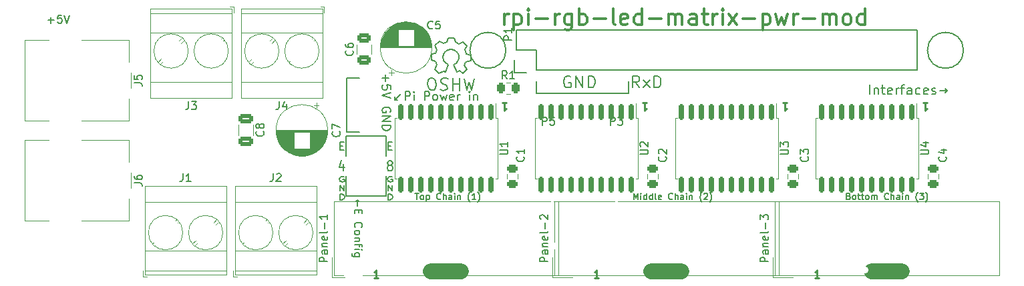
<source format=gbr>
%TF.GenerationSoftware,KiCad,Pcbnew,(6.0.0)*%
%TF.CreationDate,2022-06-25T21:25:22+02:00*%
%TF.ProjectId,active3-rpi-hub75-adapter,61637469-7665-4332-9d72-70692d687562,rev?*%
%TF.SameCoordinates,Original*%
%TF.FileFunction,Legend,Top*%
%TF.FilePolarity,Positive*%
%FSLAX46Y46*%
G04 Gerber Fmt 4.6, Leading zero omitted, Abs format (unit mm)*
G04 Created by KiCad (PCBNEW (6.0.0)) date 2022-06-25 21:25:22*
%MOMM*%
%LPD*%
G01*
G04 APERTURE LIST*
G04 Aperture macros list*
%AMRoundRect*
0 Rectangle with rounded corners*
0 $1 Rounding radius*
0 $2 $3 $4 $5 $6 $7 $8 $9 X,Y pos of 4 corners*
0 Add a 4 corners polygon primitive as box body*
4,1,4,$2,$3,$4,$5,$6,$7,$8,$9,$2,$3,0*
0 Add four circle primitives for the rounded corners*
1,1,$1+$1,$2,$3*
1,1,$1+$1,$4,$5*
1,1,$1+$1,$6,$7*
1,1,$1+$1,$8,$9*
0 Add four rect primitives between the rounded corners*
20,1,$1+$1,$2,$3,$4,$5,0*
20,1,$1+$1,$4,$5,$6,$7,0*
20,1,$1+$1,$6,$7,$8,$9,0*
20,1,$1+$1,$8,$9,$2,$3,0*%
G04 Aperture macros list end*
%ADD10C,2.000000*%
%ADD11C,0.200000*%
%ADD12C,0.175000*%
%ADD13C,0.300000*%
%ADD14C,0.150000*%
%ADD15C,0.250000*%
%ADD16C,0.120000*%
%ADD17R,1.727200X1.727200*%
%ADD18O,1.727200X1.727200*%
%ADD19C,4.064000*%
%ADD20R,1.900000X1.900000*%
%ADD21O,4.000000X2.200000*%
%ADD22R,2.032000X2.032000*%
%ADD23C,2.032000*%
%ADD24O,2.032000X2.032000*%
%ADD25RoundRect,0.243750X0.456250X-0.243750X0.456250X0.243750X-0.456250X0.243750X-0.456250X-0.243750X0*%
%ADD26RoundRect,0.243750X-0.243750X-0.456250X0.243750X-0.456250X0.243750X0.456250X-0.243750X0.456250X0*%
%ADD27R,1.600000X1.600000*%
%ADD28C,1.600000*%
%ADD29RoundRect,0.250000X0.625000X-0.375000X0.625000X0.375000X-0.625000X0.375000X-0.625000X-0.375000X0*%
%ADD30C,2.540000*%
%ADD31RoundRect,0.150000X-0.150000X0.875000X-0.150000X-0.875000X0.150000X-0.875000X0.150000X0.875000X0*%
%ADD32R,2.000000X4.000000*%
%ADD33O,2.000000X3.300000*%
%ADD34O,3.500000X2.000000*%
%ADD35R,2.600000X2.600000*%
%ADD36C,2.600000*%
%ADD37RoundRect,0.250000X-0.650000X0.325000X-0.650000X-0.325000X0.650000X-0.325000X0.650000X0.325000X0*%
%ADD38C,0.889000*%
G04 APERTURE END LIST*
D10*
X151765000Y-69977000D02*
X155575000Y-69977000D01*
X123825000Y-69977000D02*
X127635000Y-69977000D01*
X95885000Y-69977000D02*
X99695000Y-69977000D01*
D11*
X90573238Y-56487238D02*
X90468476Y-56425333D01*
X90416095Y-56363428D01*
X90363714Y-56239619D01*
X90363714Y-56177714D01*
X90416095Y-56053904D01*
X90468476Y-55992000D01*
X90573238Y-55930095D01*
X90782761Y-55930095D01*
X90887523Y-55992000D01*
X90939904Y-56053904D01*
X90992285Y-56177714D01*
X90992285Y-56239619D01*
X90939904Y-56363428D01*
X90887523Y-56425333D01*
X90782761Y-56487238D01*
X90573238Y-56487238D01*
X90468476Y-56549142D01*
X90416095Y-56611047D01*
X90363714Y-56734857D01*
X90363714Y-56982476D01*
X90416095Y-57106285D01*
X90468476Y-57168190D01*
X90573238Y-57230095D01*
X90782761Y-57230095D01*
X90887523Y-57168190D01*
X90939904Y-57106285D01*
X90992285Y-56982476D01*
X90992285Y-56734857D01*
X90939904Y-56611047D01*
X90887523Y-56549142D01*
X90782761Y-56487238D01*
X91288095Y-48195238D02*
X92021428Y-47461904D01*
X91654761Y-48195238D02*
X91288095Y-48195238D01*
X91288095Y-47828571D01*
X92597619Y-48247619D02*
X92597619Y-47147619D01*
X93016666Y-47147619D01*
X93121428Y-47200000D01*
X93173809Y-47252380D01*
X93226190Y-47357142D01*
X93226190Y-47514285D01*
X93173809Y-47619047D01*
X93121428Y-47671428D01*
X93016666Y-47723809D01*
X92597619Y-47723809D01*
X93697619Y-48247619D02*
X93697619Y-47514285D01*
X93697619Y-47147619D02*
X93645238Y-47200000D01*
X93697619Y-47252380D01*
X93750000Y-47200000D01*
X93697619Y-47147619D01*
X93697619Y-47252380D01*
X95059523Y-48247619D02*
X95059523Y-47147619D01*
X95478571Y-47147619D01*
X95583333Y-47200000D01*
X95635714Y-47252380D01*
X95688095Y-47357142D01*
X95688095Y-47514285D01*
X95635714Y-47619047D01*
X95583333Y-47671428D01*
X95478571Y-47723809D01*
X95059523Y-47723809D01*
X96316666Y-48247619D02*
X96211904Y-48195238D01*
X96159523Y-48142857D01*
X96107142Y-48038095D01*
X96107142Y-47723809D01*
X96159523Y-47619047D01*
X96211904Y-47566666D01*
X96316666Y-47514285D01*
X96473809Y-47514285D01*
X96578571Y-47566666D01*
X96630952Y-47619047D01*
X96683333Y-47723809D01*
X96683333Y-48038095D01*
X96630952Y-48142857D01*
X96578571Y-48195238D01*
X96473809Y-48247619D01*
X96316666Y-48247619D01*
X97050000Y-47514285D02*
X97259523Y-48247619D01*
X97469047Y-47723809D01*
X97678571Y-48247619D01*
X97888095Y-47514285D01*
X98726190Y-48195238D02*
X98621428Y-48247619D01*
X98411904Y-48247619D01*
X98307142Y-48195238D01*
X98254761Y-48090476D01*
X98254761Y-47671428D01*
X98307142Y-47566666D01*
X98411904Y-47514285D01*
X98621428Y-47514285D01*
X98726190Y-47566666D01*
X98778571Y-47671428D01*
X98778571Y-47776190D01*
X98254761Y-47880952D01*
X99250000Y-48247619D02*
X99250000Y-47514285D01*
X99250000Y-47723809D02*
X99302380Y-47619047D01*
X99354761Y-47566666D01*
X99459523Y-47514285D01*
X99564285Y-47514285D01*
X100769047Y-48247619D02*
X100769047Y-47514285D01*
X100769047Y-47147619D02*
X100716666Y-47200000D01*
X100769047Y-47252380D01*
X100821428Y-47200000D01*
X100769047Y-47147619D01*
X100769047Y-47252380D01*
X101292857Y-47514285D02*
X101292857Y-48247619D01*
X101292857Y-47619047D02*
X101345238Y-47566666D01*
X101450000Y-47514285D01*
X101607142Y-47514285D01*
X101711904Y-47566666D01*
X101764285Y-47671428D01*
X101764285Y-48247619D01*
X86542571Y-61682666D02*
X86542571Y-60920761D01*
X86352095Y-61111238D02*
X86542571Y-60920761D01*
X86733047Y-61111238D01*
X86685428Y-62158857D02*
X86685428Y-62492190D01*
X86161619Y-62635047D02*
X86161619Y-62158857D01*
X87161619Y-62158857D01*
X87161619Y-62635047D01*
X86256857Y-64396952D02*
X86209238Y-64349333D01*
X86161619Y-64206476D01*
X86161619Y-64111238D01*
X86209238Y-63968380D01*
X86304476Y-63873142D01*
X86399714Y-63825523D01*
X86590190Y-63777904D01*
X86733047Y-63777904D01*
X86923523Y-63825523D01*
X87018761Y-63873142D01*
X87114000Y-63968380D01*
X87161619Y-64111238D01*
X87161619Y-64206476D01*
X87114000Y-64349333D01*
X87066380Y-64396952D01*
X86161619Y-64968380D02*
X86209238Y-64873142D01*
X86256857Y-64825523D01*
X86352095Y-64777904D01*
X86637809Y-64777904D01*
X86733047Y-64825523D01*
X86780666Y-64873142D01*
X86828285Y-64968380D01*
X86828285Y-65111238D01*
X86780666Y-65206476D01*
X86733047Y-65254095D01*
X86637809Y-65301714D01*
X86352095Y-65301714D01*
X86256857Y-65254095D01*
X86209238Y-65206476D01*
X86161619Y-65111238D01*
X86161619Y-64968380D01*
X86828285Y-65730285D02*
X86161619Y-65730285D01*
X86733047Y-65730285D02*
X86780666Y-65777904D01*
X86828285Y-65873142D01*
X86828285Y-66016000D01*
X86780666Y-66111238D01*
X86685428Y-66158857D01*
X86161619Y-66158857D01*
X86828285Y-66492190D02*
X86828285Y-66873142D01*
X86161619Y-66635047D02*
X87018761Y-66635047D01*
X87114000Y-66682666D01*
X87161619Y-66777904D01*
X87161619Y-66873142D01*
X86161619Y-67206476D02*
X86828285Y-67206476D01*
X87161619Y-67206476D02*
X87114000Y-67158857D01*
X87066380Y-67206476D01*
X87114000Y-67254095D01*
X87161619Y-67206476D01*
X87066380Y-67206476D01*
X86828285Y-68111238D02*
X86018761Y-68111238D01*
X85923523Y-68063619D01*
X85875904Y-68016000D01*
X85828285Y-67920761D01*
X85828285Y-67777904D01*
X85875904Y-67682666D01*
X86209238Y-68111238D02*
X86161619Y-68016000D01*
X86161619Y-67825523D01*
X86209238Y-67730285D01*
X86256857Y-67682666D01*
X86352095Y-67635047D01*
X86637809Y-67635047D01*
X86733047Y-67682666D01*
X86780666Y-67730285D01*
X86828285Y-67825523D01*
X86828285Y-68016000D01*
X86780666Y-68111238D01*
X84367714Y-54030571D02*
X84701047Y-54030571D01*
X84843904Y-54554380D02*
X84367714Y-54554380D01*
X84367714Y-53554380D01*
X84843904Y-53554380D01*
D12*
X84843904Y-57959000D02*
X84748666Y-57925666D01*
X84605809Y-57925666D01*
X84462952Y-57959000D01*
X84367714Y-58025666D01*
X84320095Y-58092333D01*
X84272476Y-58225666D01*
X84272476Y-58325666D01*
X84320095Y-58459000D01*
X84367714Y-58525666D01*
X84462952Y-58592333D01*
X84605809Y-58625666D01*
X84701047Y-58625666D01*
X84843904Y-58592333D01*
X84891523Y-58559000D01*
X84891523Y-58325666D01*
X84701047Y-58325666D01*
X84296285Y-59752666D02*
X84296285Y-59052666D01*
X84867714Y-59752666D01*
X84867714Y-59052666D01*
X84320095Y-60879666D02*
X84320095Y-60179666D01*
X84558190Y-60179666D01*
X84701047Y-60213000D01*
X84796285Y-60279666D01*
X84843904Y-60346333D01*
X84891523Y-60479666D01*
X84891523Y-60579666D01*
X84843904Y-60713000D01*
X84796285Y-60779666D01*
X84701047Y-60846333D01*
X84558190Y-60879666D01*
X84320095Y-60879666D01*
D11*
X90463714Y-54030571D02*
X90797047Y-54030571D01*
X90939904Y-54554380D02*
X90463714Y-54554380D01*
X90463714Y-53554380D01*
X90939904Y-53554380D01*
D12*
X90939904Y-57959000D02*
X90844666Y-57925666D01*
X90701809Y-57925666D01*
X90558952Y-57959000D01*
X90463714Y-58025666D01*
X90416095Y-58092333D01*
X90368476Y-58225666D01*
X90368476Y-58325666D01*
X90416095Y-58459000D01*
X90463714Y-58525666D01*
X90558952Y-58592333D01*
X90701809Y-58625666D01*
X90797047Y-58625666D01*
X90939904Y-58592333D01*
X90987523Y-58559000D01*
X90987523Y-58325666D01*
X90797047Y-58325666D01*
X90392285Y-59752666D02*
X90392285Y-59052666D01*
X90963714Y-59752666D01*
X90963714Y-59052666D01*
X90416095Y-60879666D02*
X90416095Y-60179666D01*
X90654190Y-60179666D01*
X90797047Y-60213000D01*
X90892285Y-60279666D01*
X90939904Y-60346333D01*
X90987523Y-60479666D01*
X90987523Y-60579666D01*
X90939904Y-60713000D01*
X90892285Y-60779666D01*
X90797047Y-60846333D01*
X90654190Y-60879666D01*
X90416095Y-60879666D01*
D13*
X105142857Y-38654761D02*
X105142857Y-37321428D01*
X105142857Y-37702380D02*
X105238095Y-37511904D01*
X105333333Y-37416666D01*
X105523809Y-37321428D01*
X105714285Y-37321428D01*
X106380952Y-37321428D02*
X106380952Y-39321428D01*
X106380952Y-37416666D02*
X106571428Y-37321428D01*
X106952380Y-37321428D01*
X107142857Y-37416666D01*
X107238095Y-37511904D01*
X107333333Y-37702380D01*
X107333333Y-38273809D01*
X107238095Y-38464285D01*
X107142857Y-38559523D01*
X106952380Y-38654761D01*
X106571428Y-38654761D01*
X106380952Y-38559523D01*
X108190476Y-38654761D02*
X108190476Y-37321428D01*
X108190476Y-36654761D02*
X108095238Y-36750000D01*
X108190476Y-36845238D01*
X108285714Y-36750000D01*
X108190476Y-36654761D01*
X108190476Y-36845238D01*
X109142857Y-37892857D02*
X110666666Y-37892857D01*
X111619047Y-38654761D02*
X111619047Y-37321428D01*
X111619047Y-37702380D02*
X111714285Y-37511904D01*
X111809523Y-37416666D01*
X112000000Y-37321428D01*
X112190476Y-37321428D01*
X113714285Y-37321428D02*
X113714285Y-38940476D01*
X113619047Y-39130952D01*
X113523809Y-39226190D01*
X113333333Y-39321428D01*
X113047619Y-39321428D01*
X112857142Y-39226190D01*
X113714285Y-38559523D02*
X113523809Y-38654761D01*
X113142857Y-38654761D01*
X112952380Y-38559523D01*
X112857142Y-38464285D01*
X112761904Y-38273809D01*
X112761904Y-37702380D01*
X112857142Y-37511904D01*
X112952380Y-37416666D01*
X113142857Y-37321428D01*
X113523809Y-37321428D01*
X113714285Y-37416666D01*
X114666666Y-38654761D02*
X114666666Y-36654761D01*
X114666666Y-37416666D02*
X114857142Y-37321428D01*
X115238095Y-37321428D01*
X115428571Y-37416666D01*
X115523809Y-37511904D01*
X115619047Y-37702380D01*
X115619047Y-38273809D01*
X115523809Y-38464285D01*
X115428571Y-38559523D01*
X115238095Y-38654761D01*
X114857142Y-38654761D01*
X114666666Y-38559523D01*
X116476190Y-37892857D02*
X118000000Y-37892857D01*
X119238095Y-38654761D02*
X119047619Y-38559523D01*
X118952380Y-38369047D01*
X118952380Y-36654761D01*
X120761904Y-38559523D02*
X120571428Y-38654761D01*
X120190476Y-38654761D01*
X120000000Y-38559523D01*
X119904761Y-38369047D01*
X119904761Y-37607142D01*
X120000000Y-37416666D01*
X120190476Y-37321428D01*
X120571428Y-37321428D01*
X120761904Y-37416666D01*
X120857142Y-37607142D01*
X120857142Y-37797619D01*
X119904761Y-37988095D01*
X122571428Y-38654761D02*
X122571428Y-36654761D01*
X122571428Y-38559523D02*
X122380952Y-38654761D01*
X122000000Y-38654761D01*
X121809523Y-38559523D01*
X121714285Y-38464285D01*
X121619047Y-38273809D01*
X121619047Y-37702380D01*
X121714285Y-37511904D01*
X121809523Y-37416666D01*
X122000000Y-37321428D01*
X122380952Y-37321428D01*
X122571428Y-37416666D01*
X123523809Y-37892857D02*
X125047619Y-37892857D01*
X126000000Y-38654761D02*
X126000000Y-37321428D01*
X126000000Y-37511904D02*
X126095238Y-37416666D01*
X126285714Y-37321428D01*
X126571428Y-37321428D01*
X126761904Y-37416666D01*
X126857142Y-37607142D01*
X126857142Y-38654761D01*
X126857142Y-37607142D02*
X126952380Y-37416666D01*
X127142857Y-37321428D01*
X127428571Y-37321428D01*
X127619047Y-37416666D01*
X127714285Y-37607142D01*
X127714285Y-38654761D01*
X129523809Y-38654761D02*
X129523809Y-37607142D01*
X129428571Y-37416666D01*
X129238095Y-37321428D01*
X128857142Y-37321428D01*
X128666666Y-37416666D01*
X129523809Y-38559523D02*
X129333333Y-38654761D01*
X128857142Y-38654761D01*
X128666666Y-38559523D01*
X128571428Y-38369047D01*
X128571428Y-38178571D01*
X128666666Y-37988095D01*
X128857142Y-37892857D01*
X129333333Y-37892857D01*
X129523809Y-37797619D01*
X130190476Y-37321428D02*
X130952380Y-37321428D01*
X130476190Y-36654761D02*
X130476190Y-38369047D01*
X130571428Y-38559523D01*
X130761904Y-38654761D01*
X130952380Y-38654761D01*
X131619047Y-38654761D02*
X131619047Y-37321428D01*
X131619047Y-37702380D02*
X131714285Y-37511904D01*
X131809523Y-37416666D01*
X132000000Y-37321428D01*
X132190476Y-37321428D01*
X132857142Y-38654761D02*
X132857142Y-37321428D01*
X132857142Y-36654761D02*
X132761904Y-36750000D01*
X132857142Y-36845238D01*
X132952380Y-36750000D01*
X132857142Y-36654761D01*
X132857142Y-36845238D01*
X133619047Y-38654761D02*
X134666666Y-37321428D01*
X133619047Y-37321428D02*
X134666666Y-38654761D01*
X135428571Y-37892857D02*
X136952380Y-37892857D01*
X137904761Y-37321428D02*
X137904761Y-39321428D01*
X137904761Y-37416666D02*
X138095238Y-37321428D01*
X138476190Y-37321428D01*
X138666666Y-37416666D01*
X138761904Y-37511904D01*
X138857142Y-37702380D01*
X138857142Y-38273809D01*
X138761904Y-38464285D01*
X138666666Y-38559523D01*
X138476190Y-38654761D01*
X138095238Y-38654761D01*
X137904761Y-38559523D01*
X139523809Y-37321428D02*
X139904761Y-38654761D01*
X140285714Y-37702380D01*
X140666666Y-38654761D01*
X141047619Y-37321428D01*
X141809523Y-38654761D02*
X141809523Y-37321428D01*
X141809523Y-37702380D02*
X141904761Y-37511904D01*
X142000000Y-37416666D01*
X142190476Y-37321428D01*
X142380952Y-37321428D01*
X143047619Y-37892857D02*
X144571428Y-37892857D01*
X145523809Y-38654761D02*
X145523809Y-37321428D01*
X145523809Y-37511904D02*
X145619047Y-37416666D01*
X145809523Y-37321428D01*
X146095238Y-37321428D01*
X146285714Y-37416666D01*
X146380952Y-37607142D01*
X146380952Y-38654761D01*
X146380952Y-37607142D02*
X146476190Y-37416666D01*
X146666666Y-37321428D01*
X146952380Y-37321428D01*
X147142857Y-37416666D01*
X147238095Y-37607142D01*
X147238095Y-38654761D01*
X148476190Y-38654761D02*
X148285714Y-38559523D01*
X148190476Y-38464285D01*
X148095238Y-38273809D01*
X148095238Y-37702380D01*
X148190476Y-37511904D01*
X148285714Y-37416666D01*
X148476190Y-37321428D01*
X148761904Y-37321428D01*
X148952380Y-37416666D01*
X149047619Y-37511904D01*
X149142857Y-37702380D01*
X149142857Y-38273809D01*
X149047619Y-38464285D01*
X148952380Y-38559523D01*
X148761904Y-38654761D01*
X148476190Y-38654761D01*
X150857142Y-38654761D02*
X150857142Y-36654761D01*
X150857142Y-38559523D02*
X150666666Y-38654761D01*
X150285714Y-38654761D01*
X150095238Y-38559523D01*
X150000000Y-38464285D01*
X149904761Y-38273809D01*
X149904761Y-37702380D01*
X150000000Y-37511904D01*
X150095238Y-37416666D01*
X150285714Y-37321428D01*
X150666666Y-37321428D01*
X150857142Y-37416666D01*
D11*
X84791523Y-56363428D02*
X84791523Y-57230095D01*
X84529619Y-55868190D02*
X84267714Y-56796761D01*
X84948666Y-56796761D01*
D14*
X47333333Y-38071428D02*
X48095238Y-38071428D01*
X47714285Y-38452380D02*
X47714285Y-37690476D01*
X49047619Y-37452380D02*
X48571428Y-37452380D01*
X48523809Y-37928571D01*
X48571428Y-37880952D01*
X48666666Y-37833333D01*
X48904761Y-37833333D01*
X49000000Y-37880952D01*
X49047619Y-37928571D01*
X49095238Y-38023809D01*
X49095238Y-38261904D01*
X49047619Y-38357142D01*
X49000000Y-38404761D01*
X48904761Y-38452380D01*
X48666666Y-38452380D01*
X48571428Y-38404761D01*
X48523809Y-38357142D01*
X49380952Y-37452380D02*
X49714285Y-38452380D01*
X50047619Y-37452380D01*
D15*
X158210285Y-48569619D02*
X158781714Y-48569619D01*
X158496000Y-48569619D02*
X158496000Y-49569619D01*
X158591238Y-49426761D01*
X158686476Y-49331523D01*
X158781714Y-49283904D01*
D11*
X151455714Y-47492857D02*
X151455714Y-46292857D01*
X152027142Y-46692857D02*
X152027142Y-47492857D01*
X152027142Y-46807142D02*
X152084285Y-46750000D01*
X152198571Y-46692857D01*
X152370000Y-46692857D01*
X152484285Y-46750000D01*
X152541428Y-46864285D01*
X152541428Y-47492857D01*
X152941428Y-46692857D02*
X153398571Y-46692857D01*
X153112857Y-46292857D02*
X153112857Y-47321428D01*
X153170000Y-47435714D01*
X153284285Y-47492857D01*
X153398571Y-47492857D01*
X154255714Y-47435714D02*
X154141428Y-47492857D01*
X153912857Y-47492857D01*
X153798571Y-47435714D01*
X153741428Y-47321428D01*
X153741428Y-46864285D01*
X153798571Y-46750000D01*
X153912857Y-46692857D01*
X154141428Y-46692857D01*
X154255714Y-46750000D01*
X154312857Y-46864285D01*
X154312857Y-46978571D01*
X153741428Y-47092857D01*
X154827142Y-47492857D02*
X154827142Y-46692857D01*
X154827142Y-46921428D02*
X154884285Y-46807142D01*
X154941428Y-46750000D01*
X155055714Y-46692857D01*
X155170000Y-46692857D01*
X155398571Y-46692857D02*
X155855714Y-46692857D01*
X155570000Y-47492857D02*
X155570000Y-46464285D01*
X155627142Y-46350000D01*
X155741428Y-46292857D01*
X155855714Y-46292857D01*
X156770000Y-47492857D02*
X156770000Y-46864285D01*
X156712857Y-46750000D01*
X156598571Y-46692857D01*
X156370000Y-46692857D01*
X156255714Y-46750000D01*
X156770000Y-47435714D02*
X156655714Y-47492857D01*
X156370000Y-47492857D01*
X156255714Y-47435714D01*
X156198571Y-47321428D01*
X156198571Y-47207142D01*
X156255714Y-47092857D01*
X156370000Y-47035714D01*
X156655714Y-47035714D01*
X156770000Y-46978571D01*
X157855714Y-47435714D02*
X157741428Y-47492857D01*
X157512857Y-47492857D01*
X157398571Y-47435714D01*
X157341428Y-47378571D01*
X157284285Y-47264285D01*
X157284285Y-46921428D01*
X157341428Y-46807142D01*
X157398571Y-46750000D01*
X157512857Y-46692857D01*
X157741428Y-46692857D01*
X157855714Y-46750000D01*
X158827142Y-47435714D02*
X158712857Y-47492857D01*
X158484285Y-47492857D01*
X158370000Y-47435714D01*
X158312857Y-47321428D01*
X158312857Y-46864285D01*
X158370000Y-46750000D01*
X158484285Y-46692857D01*
X158712857Y-46692857D01*
X158827142Y-46750000D01*
X158884285Y-46864285D01*
X158884285Y-46978571D01*
X158312857Y-47092857D01*
X159341428Y-47435714D02*
X159455714Y-47492857D01*
X159684285Y-47492857D01*
X159798571Y-47435714D01*
X159855714Y-47321428D01*
X159855714Y-47264285D01*
X159798571Y-47150000D01*
X159684285Y-47092857D01*
X159512857Y-47092857D01*
X159398571Y-47035714D01*
X159341428Y-46921428D01*
X159341428Y-46864285D01*
X159398571Y-46750000D01*
X159512857Y-46692857D01*
X159684285Y-46692857D01*
X159798571Y-46750000D01*
X160370000Y-47035714D02*
X161284285Y-47035714D01*
X161055714Y-47264285D02*
X161284285Y-47035714D01*
X161055714Y-46807142D01*
D15*
X117125714Y-70810380D02*
X116554285Y-70810380D01*
X116840000Y-70810380D02*
X116840000Y-69810380D01*
X116744761Y-69953238D01*
X116649523Y-70048476D01*
X116554285Y-70096095D01*
D14*
X93847619Y-60061904D02*
X94304761Y-60061904D01*
X94076190Y-60861904D02*
X94076190Y-60061904D01*
X94685714Y-60861904D02*
X94609523Y-60823809D01*
X94571428Y-60785714D01*
X94533333Y-60709523D01*
X94533333Y-60480952D01*
X94571428Y-60404761D01*
X94609523Y-60366666D01*
X94685714Y-60328571D01*
X94800000Y-60328571D01*
X94876190Y-60366666D01*
X94914285Y-60404761D01*
X94952380Y-60480952D01*
X94952380Y-60709523D01*
X94914285Y-60785714D01*
X94876190Y-60823809D01*
X94800000Y-60861904D01*
X94685714Y-60861904D01*
X95295238Y-60328571D02*
X95295238Y-61128571D01*
X95295238Y-60366666D02*
X95371428Y-60328571D01*
X95523809Y-60328571D01*
X95600000Y-60366666D01*
X95638095Y-60404761D01*
X95676190Y-60480952D01*
X95676190Y-60709523D01*
X95638095Y-60785714D01*
X95600000Y-60823809D01*
X95523809Y-60861904D01*
X95371428Y-60861904D01*
X95295238Y-60823809D01*
X97085714Y-60785714D02*
X97047619Y-60823809D01*
X96933333Y-60861904D01*
X96857142Y-60861904D01*
X96742857Y-60823809D01*
X96666666Y-60747619D01*
X96628571Y-60671428D01*
X96590476Y-60519047D01*
X96590476Y-60404761D01*
X96628571Y-60252380D01*
X96666666Y-60176190D01*
X96742857Y-60100000D01*
X96857142Y-60061904D01*
X96933333Y-60061904D01*
X97047619Y-60100000D01*
X97085714Y-60138095D01*
X97428571Y-60861904D02*
X97428571Y-60061904D01*
X97771428Y-60861904D02*
X97771428Y-60442857D01*
X97733333Y-60366666D01*
X97657142Y-60328571D01*
X97542857Y-60328571D01*
X97466666Y-60366666D01*
X97428571Y-60404761D01*
X98495238Y-60861904D02*
X98495238Y-60442857D01*
X98457142Y-60366666D01*
X98380952Y-60328571D01*
X98228571Y-60328571D01*
X98152380Y-60366666D01*
X98495238Y-60823809D02*
X98419047Y-60861904D01*
X98228571Y-60861904D01*
X98152380Y-60823809D01*
X98114285Y-60747619D01*
X98114285Y-60671428D01*
X98152380Y-60595238D01*
X98228571Y-60557142D01*
X98419047Y-60557142D01*
X98495238Y-60519047D01*
X98876190Y-60861904D02*
X98876190Y-60328571D01*
X98876190Y-60061904D02*
X98838095Y-60100000D01*
X98876190Y-60138095D01*
X98914285Y-60100000D01*
X98876190Y-60061904D01*
X98876190Y-60138095D01*
X99257142Y-60328571D02*
X99257142Y-60861904D01*
X99257142Y-60404761D02*
X99295238Y-60366666D01*
X99371428Y-60328571D01*
X99485714Y-60328571D01*
X99561904Y-60366666D01*
X99600000Y-60442857D01*
X99600000Y-60861904D01*
X100819047Y-61166666D02*
X100780952Y-61128571D01*
X100704761Y-61014285D01*
X100666666Y-60938095D01*
X100628571Y-60823809D01*
X100590476Y-60633333D01*
X100590476Y-60480952D01*
X100628571Y-60290476D01*
X100666666Y-60176190D01*
X100704761Y-60100000D01*
X100780952Y-59985714D01*
X100819047Y-59947619D01*
X101542857Y-60861904D02*
X101085714Y-60861904D01*
X101314285Y-60861904D02*
X101314285Y-60061904D01*
X101238095Y-60176190D01*
X101161904Y-60252380D01*
X101085714Y-60290476D01*
X101809523Y-61166666D02*
X101847619Y-61128571D01*
X101923809Y-61014285D01*
X101961904Y-60938095D01*
X102000000Y-60823809D01*
X102038095Y-60633333D01*
X102038095Y-60480952D01*
X102000000Y-60290476D01*
X101961904Y-60176190D01*
X101923809Y-60100000D01*
X101847619Y-59985714D01*
X101809523Y-59947619D01*
D15*
X122650285Y-48569619D02*
X123221714Y-48569619D01*
X122936000Y-48569619D02*
X122936000Y-49569619D01*
X123031238Y-49426761D01*
X123126476Y-49331523D01*
X123221714Y-49283904D01*
D14*
X148812857Y-60442857D02*
X148927142Y-60480952D01*
X148965238Y-60519047D01*
X149003333Y-60595238D01*
X149003333Y-60709523D01*
X148965238Y-60785714D01*
X148927142Y-60823809D01*
X148850952Y-60861904D01*
X148546190Y-60861904D01*
X148546190Y-60061904D01*
X148812857Y-60061904D01*
X148889047Y-60100000D01*
X148927142Y-60138095D01*
X148965238Y-60214285D01*
X148965238Y-60290476D01*
X148927142Y-60366666D01*
X148889047Y-60404761D01*
X148812857Y-60442857D01*
X148546190Y-60442857D01*
X149460476Y-60861904D02*
X149384285Y-60823809D01*
X149346190Y-60785714D01*
X149308095Y-60709523D01*
X149308095Y-60480952D01*
X149346190Y-60404761D01*
X149384285Y-60366666D01*
X149460476Y-60328571D01*
X149574761Y-60328571D01*
X149650952Y-60366666D01*
X149689047Y-60404761D01*
X149727142Y-60480952D01*
X149727142Y-60709523D01*
X149689047Y-60785714D01*
X149650952Y-60823809D01*
X149574761Y-60861904D01*
X149460476Y-60861904D01*
X149955714Y-60328571D02*
X150260476Y-60328571D01*
X150070000Y-60061904D02*
X150070000Y-60747619D01*
X150108095Y-60823809D01*
X150184285Y-60861904D01*
X150260476Y-60861904D01*
X150412857Y-60328571D02*
X150717619Y-60328571D01*
X150527142Y-60061904D02*
X150527142Y-60747619D01*
X150565238Y-60823809D01*
X150641428Y-60861904D01*
X150717619Y-60861904D01*
X151098571Y-60861904D02*
X151022380Y-60823809D01*
X150984285Y-60785714D01*
X150946190Y-60709523D01*
X150946190Y-60480952D01*
X150984285Y-60404761D01*
X151022380Y-60366666D01*
X151098571Y-60328571D01*
X151212857Y-60328571D01*
X151289047Y-60366666D01*
X151327142Y-60404761D01*
X151365238Y-60480952D01*
X151365238Y-60709523D01*
X151327142Y-60785714D01*
X151289047Y-60823809D01*
X151212857Y-60861904D01*
X151098571Y-60861904D01*
X151708095Y-60861904D02*
X151708095Y-60328571D01*
X151708095Y-60404761D02*
X151746190Y-60366666D01*
X151822380Y-60328571D01*
X151936666Y-60328571D01*
X152012857Y-60366666D01*
X152050952Y-60442857D01*
X152050952Y-60861904D01*
X152050952Y-60442857D02*
X152089047Y-60366666D01*
X152165238Y-60328571D01*
X152279523Y-60328571D01*
X152355714Y-60366666D01*
X152393809Y-60442857D01*
X152393809Y-60861904D01*
X153841428Y-60785714D02*
X153803333Y-60823809D01*
X153689047Y-60861904D01*
X153612857Y-60861904D01*
X153498571Y-60823809D01*
X153422380Y-60747619D01*
X153384285Y-60671428D01*
X153346190Y-60519047D01*
X153346190Y-60404761D01*
X153384285Y-60252380D01*
X153422380Y-60176190D01*
X153498571Y-60100000D01*
X153612857Y-60061904D01*
X153689047Y-60061904D01*
X153803333Y-60100000D01*
X153841428Y-60138095D01*
X154184285Y-60861904D02*
X154184285Y-60061904D01*
X154527142Y-60861904D02*
X154527142Y-60442857D01*
X154489047Y-60366666D01*
X154412857Y-60328571D01*
X154298571Y-60328571D01*
X154222380Y-60366666D01*
X154184285Y-60404761D01*
X155250952Y-60861904D02*
X155250952Y-60442857D01*
X155212857Y-60366666D01*
X155136666Y-60328571D01*
X154984285Y-60328571D01*
X154908095Y-60366666D01*
X155250952Y-60823809D02*
X155174761Y-60861904D01*
X154984285Y-60861904D01*
X154908095Y-60823809D01*
X154870000Y-60747619D01*
X154870000Y-60671428D01*
X154908095Y-60595238D01*
X154984285Y-60557142D01*
X155174761Y-60557142D01*
X155250952Y-60519047D01*
X155631904Y-60861904D02*
X155631904Y-60328571D01*
X155631904Y-60061904D02*
X155593809Y-60100000D01*
X155631904Y-60138095D01*
X155670000Y-60100000D01*
X155631904Y-60061904D01*
X155631904Y-60138095D01*
X156012857Y-60328571D02*
X156012857Y-60861904D01*
X156012857Y-60404761D02*
X156050952Y-60366666D01*
X156127142Y-60328571D01*
X156241428Y-60328571D01*
X156317619Y-60366666D01*
X156355714Y-60442857D01*
X156355714Y-60861904D01*
X157574761Y-61166666D02*
X157536666Y-61128571D01*
X157460476Y-61014285D01*
X157422380Y-60938095D01*
X157384285Y-60823809D01*
X157346190Y-60633333D01*
X157346190Y-60480952D01*
X157384285Y-60290476D01*
X157422380Y-60176190D01*
X157460476Y-60100000D01*
X157536666Y-59985714D01*
X157574761Y-59947619D01*
X157803333Y-60061904D02*
X158298571Y-60061904D01*
X158031904Y-60366666D01*
X158146190Y-60366666D01*
X158222380Y-60404761D01*
X158260476Y-60442857D01*
X158298571Y-60519047D01*
X158298571Y-60709523D01*
X158260476Y-60785714D01*
X158222380Y-60823809D01*
X158146190Y-60861904D01*
X157917619Y-60861904D01*
X157841428Y-60823809D01*
X157803333Y-60785714D01*
X158565238Y-61166666D02*
X158603333Y-61128571D01*
X158679523Y-61014285D01*
X158717619Y-60938095D01*
X158755714Y-60823809D01*
X158793809Y-60633333D01*
X158793809Y-60480952D01*
X158755714Y-60290476D01*
X158717619Y-60176190D01*
X158679523Y-60100000D01*
X158603333Y-59985714D01*
X158565238Y-59947619D01*
D15*
X140430285Y-48569619D02*
X141001714Y-48569619D01*
X140716000Y-48569619D02*
X140716000Y-49569619D01*
X140811238Y-49426761D01*
X140906476Y-49331523D01*
X141001714Y-49283904D01*
D11*
X90091428Y-45004476D02*
X90091428Y-45842571D01*
X89672380Y-45423523D02*
X90510476Y-45423523D01*
X90772380Y-46890190D02*
X90772380Y-46366380D01*
X90248571Y-46314000D01*
X90300952Y-46366380D01*
X90353333Y-46471142D01*
X90353333Y-46733047D01*
X90300952Y-46837809D01*
X90248571Y-46890190D01*
X90143809Y-46942571D01*
X89881904Y-46942571D01*
X89777142Y-46890190D01*
X89724761Y-46837809D01*
X89672380Y-46733047D01*
X89672380Y-46471142D01*
X89724761Y-46366380D01*
X89777142Y-46314000D01*
X90772380Y-47256857D02*
X89672380Y-47623523D01*
X90772380Y-47990190D01*
X90720000Y-49771142D02*
X90772380Y-49666380D01*
X90772380Y-49509238D01*
X90720000Y-49352095D01*
X90615238Y-49247333D01*
X90510476Y-49194952D01*
X90300952Y-49142571D01*
X90143809Y-49142571D01*
X89934285Y-49194952D01*
X89829523Y-49247333D01*
X89724761Y-49352095D01*
X89672380Y-49509238D01*
X89672380Y-49614000D01*
X89724761Y-49771142D01*
X89777142Y-49823523D01*
X90143809Y-49823523D01*
X90143809Y-49614000D01*
X89672380Y-50294952D02*
X90772380Y-50294952D01*
X89672380Y-50923523D01*
X90772380Y-50923523D01*
X89672380Y-51447333D02*
X90772380Y-51447333D01*
X90772380Y-51709238D01*
X90720000Y-51866380D01*
X90615238Y-51971142D01*
X90510476Y-52023523D01*
X90300952Y-52075904D01*
X90143809Y-52075904D01*
X89934285Y-52023523D01*
X89829523Y-51971142D01*
X89724761Y-51866380D01*
X89672380Y-51709238D01*
X89672380Y-51447333D01*
D15*
X104870285Y-48569619D02*
X105441714Y-48569619D01*
X105156000Y-48569619D02*
X105156000Y-49569619D01*
X105251238Y-49426761D01*
X105346476Y-49331523D01*
X105441714Y-49283904D01*
X89185714Y-70810380D02*
X88614285Y-70810380D01*
X88900000Y-70810380D02*
X88900000Y-69810380D01*
X88804761Y-69953238D01*
X88709523Y-70048476D01*
X88614285Y-70096095D01*
X145065714Y-70810380D02*
X144494285Y-70810380D01*
X144780000Y-70810380D02*
X144780000Y-69810380D01*
X144684761Y-69953238D01*
X144589523Y-70048476D01*
X144494285Y-70096095D01*
D14*
X121558666Y-60861904D02*
X121558666Y-60061904D01*
X121825333Y-60633333D01*
X122092000Y-60061904D01*
X122092000Y-60861904D01*
X122472952Y-60861904D02*
X122472952Y-60328571D01*
X122472952Y-60061904D02*
X122434857Y-60100000D01*
X122472952Y-60138095D01*
X122511047Y-60100000D01*
X122472952Y-60061904D01*
X122472952Y-60138095D01*
X123196761Y-60861904D02*
X123196761Y-60061904D01*
X123196761Y-60823809D02*
X123120571Y-60861904D01*
X122968190Y-60861904D01*
X122892000Y-60823809D01*
X122853904Y-60785714D01*
X122815809Y-60709523D01*
X122815809Y-60480952D01*
X122853904Y-60404761D01*
X122892000Y-60366666D01*
X122968190Y-60328571D01*
X123120571Y-60328571D01*
X123196761Y-60366666D01*
X123920571Y-60861904D02*
X123920571Y-60061904D01*
X123920571Y-60823809D02*
X123844380Y-60861904D01*
X123692000Y-60861904D01*
X123615809Y-60823809D01*
X123577714Y-60785714D01*
X123539619Y-60709523D01*
X123539619Y-60480952D01*
X123577714Y-60404761D01*
X123615809Y-60366666D01*
X123692000Y-60328571D01*
X123844380Y-60328571D01*
X123920571Y-60366666D01*
X124415809Y-60861904D02*
X124339619Y-60823809D01*
X124301523Y-60747619D01*
X124301523Y-60061904D01*
X125025333Y-60823809D02*
X124949142Y-60861904D01*
X124796761Y-60861904D01*
X124720571Y-60823809D01*
X124682476Y-60747619D01*
X124682476Y-60442857D01*
X124720571Y-60366666D01*
X124796761Y-60328571D01*
X124949142Y-60328571D01*
X125025333Y-60366666D01*
X125063428Y-60442857D01*
X125063428Y-60519047D01*
X124682476Y-60595238D01*
X126472952Y-60785714D02*
X126434857Y-60823809D01*
X126320571Y-60861904D01*
X126244380Y-60861904D01*
X126130095Y-60823809D01*
X126053904Y-60747619D01*
X126015809Y-60671428D01*
X125977714Y-60519047D01*
X125977714Y-60404761D01*
X126015809Y-60252380D01*
X126053904Y-60176190D01*
X126130095Y-60100000D01*
X126244380Y-60061904D01*
X126320571Y-60061904D01*
X126434857Y-60100000D01*
X126472952Y-60138095D01*
X126815809Y-60861904D02*
X126815809Y-60061904D01*
X127158666Y-60861904D02*
X127158666Y-60442857D01*
X127120571Y-60366666D01*
X127044380Y-60328571D01*
X126930095Y-60328571D01*
X126853904Y-60366666D01*
X126815809Y-60404761D01*
X127882476Y-60861904D02*
X127882476Y-60442857D01*
X127844380Y-60366666D01*
X127768190Y-60328571D01*
X127615809Y-60328571D01*
X127539619Y-60366666D01*
X127882476Y-60823809D02*
X127806285Y-60861904D01*
X127615809Y-60861904D01*
X127539619Y-60823809D01*
X127501523Y-60747619D01*
X127501523Y-60671428D01*
X127539619Y-60595238D01*
X127615809Y-60557142D01*
X127806285Y-60557142D01*
X127882476Y-60519047D01*
X128263428Y-60861904D02*
X128263428Y-60328571D01*
X128263428Y-60061904D02*
X128225333Y-60100000D01*
X128263428Y-60138095D01*
X128301523Y-60100000D01*
X128263428Y-60061904D01*
X128263428Y-60138095D01*
X128644380Y-60328571D02*
X128644380Y-60861904D01*
X128644380Y-60404761D02*
X128682476Y-60366666D01*
X128758666Y-60328571D01*
X128872952Y-60328571D01*
X128949142Y-60366666D01*
X128987238Y-60442857D01*
X128987238Y-60861904D01*
X130206285Y-61166666D02*
X130168190Y-61128571D01*
X130092000Y-61014285D01*
X130053904Y-60938095D01*
X130015809Y-60823809D01*
X129977714Y-60633333D01*
X129977714Y-60480952D01*
X130015809Y-60290476D01*
X130053904Y-60176190D01*
X130092000Y-60100000D01*
X130168190Y-59985714D01*
X130206285Y-59947619D01*
X130472952Y-60138095D02*
X130511047Y-60100000D01*
X130587238Y-60061904D01*
X130777714Y-60061904D01*
X130853904Y-60100000D01*
X130892000Y-60138095D01*
X130930095Y-60214285D01*
X130930095Y-60290476D01*
X130892000Y-60404761D01*
X130434857Y-60861904D01*
X130930095Y-60861904D01*
X131196761Y-61166666D02*
X131234857Y-61128571D01*
X131311047Y-61014285D01*
X131349142Y-60938095D01*
X131387238Y-60823809D01*
X131425333Y-60633333D01*
X131425333Y-60480952D01*
X131387238Y-60290476D01*
X131349142Y-60176190D01*
X131311047Y-60100000D01*
X131234857Y-59985714D01*
X131196761Y-59947619D01*
%TO.C,C1*%
X107607142Y-55416666D02*
X107654761Y-55464285D01*
X107702380Y-55607142D01*
X107702380Y-55702380D01*
X107654761Y-55845238D01*
X107559523Y-55940476D01*
X107464285Y-55988095D01*
X107273809Y-56035714D01*
X107130952Y-56035714D01*
X106940476Y-55988095D01*
X106845238Y-55940476D01*
X106750000Y-55845238D01*
X106702380Y-55702380D01*
X106702380Y-55607142D01*
X106750000Y-55464285D01*
X106797619Y-55416666D01*
X107702380Y-54464285D02*
X107702380Y-55035714D01*
X107702380Y-54750000D02*
X106702380Y-54750000D01*
X106845238Y-54845238D01*
X106940476Y-54940476D01*
X106988095Y-55035714D01*
%TO.C,C2*%
X125607142Y-55416666D02*
X125654761Y-55464285D01*
X125702380Y-55607142D01*
X125702380Y-55702380D01*
X125654761Y-55845238D01*
X125559523Y-55940476D01*
X125464285Y-55988095D01*
X125273809Y-56035714D01*
X125130952Y-56035714D01*
X124940476Y-55988095D01*
X124845238Y-55940476D01*
X124750000Y-55845238D01*
X124702380Y-55702380D01*
X124702380Y-55607142D01*
X124750000Y-55464285D01*
X124797619Y-55416666D01*
X124797619Y-55035714D02*
X124750000Y-54988095D01*
X124702380Y-54892857D01*
X124702380Y-54654761D01*
X124750000Y-54559523D01*
X124797619Y-54511904D01*
X124892857Y-54464285D01*
X124988095Y-54464285D01*
X125130952Y-54511904D01*
X125702380Y-55083333D01*
X125702380Y-54464285D01*
%TO.C,C3*%
X143607142Y-55416666D02*
X143654761Y-55464285D01*
X143702380Y-55607142D01*
X143702380Y-55702380D01*
X143654761Y-55845238D01*
X143559523Y-55940476D01*
X143464285Y-55988095D01*
X143273809Y-56035714D01*
X143130952Y-56035714D01*
X142940476Y-55988095D01*
X142845238Y-55940476D01*
X142750000Y-55845238D01*
X142702380Y-55702380D01*
X142702380Y-55607142D01*
X142750000Y-55464285D01*
X142797619Y-55416666D01*
X142702380Y-55083333D02*
X142702380Y-54464285D01*
X143083333Y-54797619D01*
X143083333Y-54654761D01*
X143130952Y-54559523D01*
X143178571Y-54511904D01*
X143273809Y-54464285D01*
X143511904Y-54464285D01*
X143607142Y-54511904D01*
X143654761Y-54559523D01*
X143702380Y-54654761D01*
X143702380Y-54940476D01*
X143654761Y-55035714D01*
X143607142Y-55083333D01*
%TO.C,P1*%
X106116380Y-40616095D02*
X105116380Y-40616095D01*
X105116380Y-40235142D01*
X105164000Y-40139904D01*
X105211619Y-40092285D01*
X105306857Y-40044666D01*
X105449714Y-40044666D01*
X105544952Y-40092285D01*
X105592571Y-40139904D01*
X105640190Y-40235142D01*
X105640190Y-40616095D01*
X106116380Y-39092285D02*
X106116380Y-39663714D01*
X106116380Y-39378000D02*
X105116380Y-39378000D01*
X105259238Y-39473238D01*
X105354476Y-39568476D01*
X105402095Y-39663714D01*
%TO.C,Panel-1*%
X82748380Y-68738380D02*
X81748380Y-68738380D01*
X81748380Y-68357428D01*
X81796000Y-68262190D01*
X81843619Y-68214571D01*
X81938857Y-68166952D01*
X82081714Y-68166952D01*
X82176952Y-68214571D01*
X82224571Y-68262190D01*
X82272190Y-68357428D01*
X82272190Y-68738380D01*
X82748380Y-67309809D02*
X82224571Y-67309809D01*
X82129333Y-67357428D01*
X82081714Y-67452666D01*
X82081714Y-67643142D01*
X82129333Y-67738380D01*
X82700761Y-67309809D02*
X82748380Y-67405047D01*
X82748380Y-67643142D01*
X82700761Y-67738380D01*
X82605523Y-67786000D01*
X82510285Y-67786000D01*
X82415047Y-67738380D01*
X82367428Y-67643142D01*
X82367428Y-67405047D01*
X82319809Y-67309809D01*
X82081714Y-66833619D02*
X82748380Y-66833619D01*
X82176952Y-66833619D02*
X82129333Y-66786000D01*
X82081714Y-66690761D01*
X82081714Y-66547904D01*
X82129333Y-66452666D01*
X82224571Y-66405047D01*
X82748380Y-66405047D01*
X82700761Y-65547904D02*
X82748380Y-65643142D01*
X82748380Y-65833619D01*
X82700761Y-65928857D01*
X82605523Y-65976476D01*
X82224571Y-65976476D01*
X82129333Y-65928857D01*
X82081714Y-65833619D01*
X82081714Y-65643142D01*
X82129333Y-65547904D01*
X82224571Y-65500285D01*
X82319809Y-65500285D01*
X82415047Y-65976476D01*
X82748380Y-64928857D02*
X82700761Y-65024095D01*
X82605523Y-65071714D01*
X81748380Y-65071714D01*
X82367428Y-64547904D02*
X82367428Y-63786000D01*
X82748380Y-62786000D02*
X82748380Y-63357428D01*
X82748380Y-63071714D02*
X81748380Y-63071714D01*
X81891238Y-63166952D01*
X81986476Y-63262190D01*
X82034095Y-63357428D01*
%TO.C,Panel-2*%
X110688380Y-68738380D02*
X109688380Y-68738380D01*
X109688380Y-68357428D01*
X109736000Y-68262190D01*
X109783619Y-68214571D01*
X109878857Y-68166952D01*
X110021714Y-68166952D01*
X110116952Y-68214571D01*
X110164571Y-68262190D01*
X110212190Y-68357428D01*
X110212190Y-68738380D01*
X110688380Y-67309809D02*
X110164571Y-67309809D01*
X110069333Y-67357428D01*
X110021714Y-67452666D01*
X110021714Y-67643142D01*
X110069333Y-67738380D01*
X110640761Y-67309809D02*
X110688380Y-67405047D01*
X110688380Y-67643142D01*
X110640761Y-67738380D01*
X110545523Y-67786000D01*
X110450285Y-67786000D01*
X110355047Y-67738380D01*
X110307428Y-67643142D01*
X110307428Y-67405047D01*
X110259809Y-67309809D01*
X110021714Y-66833619D02*
X110688380Y-66833619D01*
X110116952Y-66833619D02*
X110069333Y-66786000D01*
X110021714Y-66690761D01*
X110021714Y-66547904D01*
X110069333Y-66452666D01*
X110164571Y-66405047D01*
X110688380Y-66405047D01*
X110640761Y-65547904D02*
X110688380Y-65643142D01*
X110688380Y-65833619D01*
X110640761Y-65928857D01*
X110545523Y-65976476D01*
X110164571Y-65976476D01*
X110069333Y-65928857D01*
X110021714Y-65833619D01*
X110021714Y-65643142D01*
X110069333Y-65547904D01*
X110164571Y-65500285D01*
X110259809Y-65500285D01*
X110355047Y-65976476D01*
X110688380Y-64928857D02*
X110640761Y-65024095D01*
X110545523Y-65071714D01*
X109688380Y-65071714D01*
X110307428Y-64547904D02*
X110307428Y-63786000D01*
X109783619Y-63357428D02*
X109736000Y-63309809D01*
X109688380Y-63214571D01*
X109688380Y-62976476D01*
X109736000Y-62881238D01*
X109783619Y-62833619D01*
X109878857Y-62786000D01*
X109974095Y-62786000D01*
X110116952Y-62833619D01*
X110688380Y-63405047D01*
X110688380Y-62786000D01*
%TO.C,Panel-3*%
X138628380Y-68738380D02*
X137628380Y-68738380D01*
X137628380Y-68357428D01*
X137676000Y-68262190D01*
X137723619Y-68214571D01*
X137818857Y-68166952D01*
X137961714Y-68166952D01*
X138056952Y-68214571D01*
X138104571Y-68262190D01*
X138152190Y-68357428D01*
X138152190Y-68738380D01*
X138628380Y-67309809D02*
X138104571Y-67309809D01*
X138009333Y-67357428D01*
X137961714Y-67452666D01*
X137961714Y-67643142D01*
X138009333Y-67738380D01*
X138580761Y-67309809D02*
X138628380Y-67405047D01*
X138628380Y-67643142D01*
X138580761Y-67738380D01*
X138485523Y-67786000D01*
X138390285Y-67786000D01*
X138295047Y-67738380D01*
X138247428Y-67643142D01*
X138247428Y-67405047D01*
X138199809Y-67309809D01*
X137961714Y-66833619D02*
X138628380Y-66833619D01*
X138056952Y-66833619D02*
X138009333Y-66786000D01*
X137961714Y-66690761D01*
X137961714Y-66547904D01*
X138009333Y-66452666D01*
X138104571Y-66405047D01*
X138628380Y-66405047D01*
X138580761Y-65547904D02*
X138628380Y-65643142D01*
X138628380Y-65833619D01*
X138580761Y-65928857D01*
X138485523Y-65976476D01*
X138104571Y-65976476D01*
X138009333Y-65928857D01*
X137961714Y-65833619D01*
X137961714Y-65643142D01*
X138009333Y-65547904D01*
X138104571Y-65500285D01*
X138199809Y-65500285D01*
X138295047Y-65976476D01*
X138628380Y-64928857D02*
X138580761Y-65024095D01*
X138485523Y-65071714D01*
X137628380Y-65071714D01*
X138247428Y-64547904D02*
X138247428Y-63786000D01*
X137628380Y-63405047D02*
X137628380Y-62786000D01*
X138009333Y-63119333D01*
X138009333Y-62976476D01*
X138056952Y-62881238D01*
X138104571Y-62833619D01*
X138199809Y-62786000D01*
X138437904Y-62786000D01*
X138533142Y-62833619D01*
X138580761Y-62881238D01*
X138628380Y-62976476D01*
X138628380Y-63262190D01*
X138580761Y-63357428D01*
X138533142Y-63405047D01*
%TO.C,R1*%
X105497333Y-45538380D02*
X105164000Y-45062190D01*
X104925904Y-45538380D02*
X104925904Y-44538380D01*
X105306857Y-44538380D01*
X105402095Y-44586000D01*
X105449714Y-44633619D01*
X105497333Y-44728857D01*
X105497333Y-44871714D01*
X105449714Y-44966952D01*
X105402095Y-45014571D01*
X105306857Y-45062190D01*
X104925904Y-45062190D01*
X106449714Y-45538380D02*
X105878285Y-45538380D01*
X106164000Y-45538380D02*
X106164000Y-44538380D01*
X106068761Y-44681238D01*
X105973523Y-44776476D01*
X105878285Y-44824095D01*
%TO.C,P5*%
X110005904Y-51399380D02*
X110005904Y-50399380D01*
X110386857Y-50399380D01*
X110482095Y-50447000D01*
X110529714Y-50494619D01*
X110577333Y-50589857D01*
X110577333Y-50732714D01*
X110529714Y-50827952D01*
X110482095Y-50875571D01*
X110386857Y-50923190D01*
X110005904Y-50923190D01*
X111482095Y-50399380D02*
X111005904Y-50399380D01*
X110958285Y-50875571D01*
X111005904Y-50827952D01*
X111101142Y-50780333D01*
X111339238Y-50780333D01*
X111434476Y-50827952D01*
X111482095Y-50875571D01*
X111529714Y-50970809D01*
X111529714Y-51208904D01*
X111482095Y-51304142D01*
X111434476Y-51351761D01*
X111339238Y-51399380D01*
X111101142Y-51399380D01*
X111005904Y-51351761D01*
X110958285Y-51304142D01*
D11*
X113538142Y-45224000D02*
X113395285Y-45152571D01*
X113181000Y-45152571D01*
X112966714Y-45224000D01*
X112823857Y-45366857D01*
X112752428Y-45509714D01*
X112681000Y-45795428D01*
X112681000Y-46009714D01*
X112752428Y-46295428D01*
X112823857Y-46438285D01*
X112966714Y-46581142D01*
X113181000Y-46652571D01*
X113323857Y-46652571D01*
X113538142Y-46581142D01*
X113609571Y-46509714D01*
X113609571Y-46009714D01*
X113323857Y-46009714D01*
X114252428Y-46652571D02*
X114252428Y-45152571D01*
X115109571Y-46652571D01*
X115109571Y-45152571D01*
X115823857Y-46652571D02*
X115823857Y-45152571D01*
X116181000Y-45152571D01*
X116395285Y-45224000D01*
X116538142Y-45366857D01*
X116609571Y-45509714D01*
X116681000Y-45795428D01*
X116681000Y-46009714D01*
X116609571Y-46295428D01*
X116538142Y-46438285D01*
X116395285Y-46581142D01*
X116181000Y-46652571D01*
X115823857Y-46652571D01*
D14*
%TO.C,C5*%
X96083333Y-39107142D02*
X96035714Y-39154761D01*
X95892857Y-39202380D01*
X95797619Y-39202380D01*
X95654761Y-39154761D01*
X95559523Y-39059523D01*
X95511904Y-38964285D01*
X95464285Y-38773809D01*
X95464285Y-38630952D01*
X95511904Y-38440476D01*
X95559523Y-38345238D01*
X95654761Y-38250000D01*
X95797619Y-38202380D01*
X95892857Y-38202380D01*
X96035714Y-38250000D01*
X96083333Y-38297619D01*
X96988095Y-38202380D02*
X96511904Y-38202380D01*
X96464285Y-38678571D01*
X96511904Y-38630952D01*
X96607142Y-38583333D01*
X96845238Y-38583333D01*
X96940476Y-38630952D01*
X96988095Y-38678571D01*
X97035714Y-38773809D01*
X97035714Y-39011904D01*
X96988095Y-39107142D01*
X96940476Y-39154761D01*
X96845238Y-39202380D01*
X96607142Y-39202380D01*
X96511904Y-39154761D01*
X96464285Y-39107142D01*
%TO.C,P3*%
X118641904Y-51399380D02*
X118641904Y-50399380D01*
X119022857Y-50399380D01*
X119118095Y-50447000D01*
X119165714Y-50494619D01*
X119213333Y-50589857D01*
X119213333Y-50732714D01*
X119165714Y-50827952D01*
X119118095Y-50875571D01*
X119022857Y-50923190D01*
X118641904Y-50923190D01*
X119546666Y-50399380D02*
X120165714Y-50399380D01*
X119832380Y-50780333D01*
X119975238Y-50780333D01*
X120070476Y-50827952D01*
X120118095Y-50875571D01*
X120165714Y-50970809D01*
X120165714Y-51208904D01*
X120118095Y-51304142D01*
X120070476Y-51351761D01*
X119975238Y-51399380D01*
X119689523Y-51399380D01*
X119594285Y-51351761D01*
X119546666Y-51304142D01*
D11*
X122297142Y-46652571D02*
X121797142Y-45938285D01*
X121440000Y-46652571D02*
X121440000Y-45152571D01*
X122011428Y-45152571D01*
X122154285Y-45224000D01*
X122225714Y-45295428D01*
X122297142Y-45438285D01*
X122297142Y-45652571D01*
X122225714Y-45795428D01*
X122154285Y-45866857D01*
X122011428Y-45938285D01*
X121440000Y-45938285D01*
X122797142Y-46652571D02*
X123582857Y-45652571D01*
X122797142Y-45652571D02*
X123582857Y-46652571D01*
X124154285Y-46652571D02*
X124154285Y-45152571D01*
X124511428Y-45152571D01*
X124725714Y-45224000D01*
X124868571Y-45366857D01*
X124940000Y-45509714D01*
X125011428Y-45795428D01*
X125011428Y-46009714D01*
X124940000Y-46295428D01*
X124868571Y-46438285D01*
X124725714Y-46581142D01*
X124511428Y-46652571D01*
X124154285Y-46652571D01*
D14*
%TO.C,C6*%
X85913142Y-41949666D02*
X85960761Y-41997285D01*
X86008380Y-42140142D01*
X86008380Y-42235380D01*
X85960761Y-42378238D01*
X85865523Y-42473476D01*
X85770285Y-42521095D01*
X85579809Y-42568714D01*
X85436952Y-42568714D01*
X85246476Y-42521095D01*
X85151238Y-42473476D01*
X85056000Y-42378238D01*
X85008380Y-42235380D01*
X85008380Y-42140142D01*
X85056000Y-41997285D01*
X85103619Y-41949666D01*
X85008380Y-41092523D02*
X85008380Y-41283000D01*
X85056000Y-41378238D01*
X85103619Y-41425857D01*
X85246476Y-41521095D01*
X85436952Y-41568714D01*
X85817904Y-41568714D01*
X85913142Y-41521095D01*
X85960761Y-41473476D01*
X86008380Y-41378238D01*
X86008380Y-41187761D01*
X85960761Y-41092523D01*
X85913142Y-41044904D01*
X85817904Y-40997285D01*
X85579809Y-40997285D01*
X85484571Y-41044904D01*
X85436952Y-41092523D01*
X85389333Y-41187761D01*
X85389333Y-41378238D01*
X85436952Y-41473476D01*
X85484571Y-41521095D01*
X85579809Y-41568714D01*
%TO.C,U1*%
X104592380Y-55117904D02*
X105401904Y-55117904D01*
X105497142Y-55070285D01*
X105544761Y-55022666D01*
X105592380Y-54927428D01*
X105592380Y-54736952D01*
X105544761Y-54641714D01*
X105497142Y-54594095D01*
X105401904Y-54546476D01*
X104592380Y-54546476D01*
X105592380Y-53546476D02*
X105592380Y-54117904D01*
X105592380Y-53832190D02*
X104592380Y-53832190D01*
X104735238Y-53927428D01*
X104830476Y-54022666D01*
X104878095Y-54117904D01*
%TO.C,U2*%
X122372380Y-55117904D02*
X123181904Y-55117904D01*
X123277142Y-55070285D01*
X123324761Y-55022666D01*
X123372380Y-54927428D01*
X123372380Y-54736952D01*
X123324761Y-54641714D01*
X123277142Y-54594095D01*
X123181904Y-54546476D01*
X122372380Y-54546476D01*
X122467619Y-54117904D02*
X122420000Y-54070285D01*
X122372380Y-53975047D01*
X122372380Y-53736952D01*
X122420000Y-53641714D01*
X122467619Y-53594095D01*
X122562857Y-53546476D01*
X122658095Y-53546476D01*
X122800952Y-53594095D01*
X123372380Y-54165523D01*
X123372380Y-53546476D01*
%TO.C,U3*%
X140152380Y-55117904D02*
X140961904Y-55117904D01*
X141057142Y-55070285D01*
X141104761Y-55022666D01*
X141152380Y-54927428D01*
X141152380Y-54736952D01*
X141104761Y-54641714D01*
X141057142Y-54594095D01*
X140961904Y-54546476D01*
X140152380Y-54546476D01*
X140152380Y-54165523D02*
X140152380Y-53546476D01*
X140533333Y-53879809D01*
X140533333Y-53736952D01*
X140580952Y-53641714D01*
X140628571Y-53594095D01*
X140723809Y-53546476D01*
X140961904Y-53546476D01*
X141057142Y-53594095D01*
X141104761Y-53641714D01*
X141152380Y-53736952D01*
X141152380Y-54022666D01*
X141104761Y-54117904D01*
X141057142Y-54165523D01*
%TO.C,U4*%
X157932380Y-55117904D02*
X158741904Y-55117904D01*
X158837142Y-55070285D01*
X158884761Y-55022666D01*
X158932380Y-54927428D01*
X158932380Y-54736952D01*
X158884761Y-54641714D01*
X158837142Y-54594095D01*
X158741904Y-54546476D01*
X157932380Y-54546476D01*
X158265714Y-53641714D02*
X158932380Y-53641714D01*
X157884761Y-53879809D02*
X158599047Y-54117904D01*
X158599047Y-53498857D01*
%TO.C,C4*%
X161107142Y-55416666D02*
X161154761Y-55464285D01*
X161202380Y-55607142D01*
X161202380Y-55702380D01*
X161154761Y-55845238D01*
X161059523Y-55940476D01*
X160964285Y-55988095D01*
X160773809Y-56035714D01*
X160630952Y-56035714D01*
X160440476Y-55988095D01*
X160345238Y-55940476D01*
X160250000Y-55845238D01*
X160202380Y-55702380D01*
X160202380Y-55607142D01*
X160250000Y-55464285D01*
X160297619Y-55416666D01*
X160535714Y-54559523D02*
X161202380Y-54559523D01*
X160154761Y-54797619D02*
X160869047Y-55035714D01*
X160869047Y-54416666D01*
%TO.C,*%
%TO.C,J6*%
X58252380Y-58753333D02*
X58966666Y-58753333D01*
X59109523Y-58800952D01*
X59204761Y-58896190D01*
X59252380Y-59039047D01*
X59252380Y-59134285D01*
X58252380Y-57848571D02*
X58252380Y-58039047D01*
X58300000Y-58134285D01*
X58347619Y-58181904D01*
X58490476Y-58277142D01*
X58680952Y-58324761D01*
X59061904Y-58324761D01*
X59157142Y-58277142D01*
X59204761Y-58229523D01*
X59252380Y-58134285D01*
X59252380Y-57943809D01*
X59204761Y-57848571D01*
X59157142Y-57800952D01*
X59061904Y-57753333D01*
X58823809Y-57753333D01*
X58728571Y-57800952D01*
X58680952Y-57848571D01*
X58633333Y-57943809D01*
X58633333Y-58134285D01*
X58680952Y-58229523D01*
X58728571Y-58277142D01*
X58823809Y-58324761D01*
%TO.C,J1*%
X64431666Y-57562380D02*
X64431666Y-58276666D01*
X64384047Y-58419523D01*
X64288809Y-58514761D01*
X64145952Y-58562380D01*
X64050714Y-58562380D01*
X65431666Y-58562380D02*
X64860238Y-58562380D01*
X65145952Y-58562380D02*
X65145952Y-57562380D01*
X65050714Y-57705238D01*
X64955476Y-57800476D01*
X64860238Y-57848095D01*
%TO.C,J3*%
X65126666Y-48412380D02*
X65126666Y-49126666D01*
X65079047Y-49269523D01*
X64983809Y-49364761D01*
X64840952Y-49412380D01*
X64745714Y-49412380D01*
X65507619Y-48412380D02*
X66126666Y-48412380D01*
X65793333Y-48793333D01*
X65936190Y-48793333D01*
X66031428Y-48840952D01*
X66079047Y-48888571D01*
X66126666Y-48983809D01*
X66126666Y-49221904D01*
X66079047Y-49317142D01*
X66031428Y-49364761D01*
X65936190Y-49412380D01*
X65650476Y-49412380D01*
X65555238Y-49364761D01*
X65507619Y-49317142D01*
%TO.C,C7*%
X84257142Y-52234287D02*
X84304761Y-52281906D01*
X84352380Y-52424763D01*
X84352380Y-52520001D01*
X84304761Y-52662859D01*
X84209523Y-52758097D01*
X84114285Y-52805716D01*
X83923809Y-52853335D01*
X83780952Y-52853335D01*
X83590476Y-52805716D01*
X83495238Y-52758097D01*
X83400000Y-52662859D01*
X83352380Y-52520001D01*
X83352380Y-52424763D01*
X83400000Y-52281906D01*
X83447619Y-52234287D01*
X83352380Y-51900954D02*
X83352380Y-51234287D01*
X84352380Y-51662859D01*
%TO.C,J5*%
X58252380Y-46053333D02*
X58966666Y-46053333D01*
X59109523Y-46100952D01*
X59204761Y-46196190D01*
X59252380Y-46339047D01*
X59252380Y-46434285D01*
X58252380Y-45100952D02*
X58252380Y-45577142D01*
X58728571Y-45624761D01*
X58680952Y-45577142D01*
X58633333Y-45481904D01*
X58633333Y-45243809D01*
X58680952Y-45148571D01*
X58728571Y-45100952D01*
X58823809Y-45053333D01*
X59061904Y-45053333D01*
X59157142Y-45100952D01*
X59204761Y-45148571D01*
X59252380Y-45243809D01*
X59252380Y-45481904D01*
X59204761Y-45577142D01*
X59157142Y-45624761D01*
%TO.C,C8*%
X74597142Y-52191666D02*
X74644761Y-52239285D01*
X74692380Y-52382142D01*
X74692380Y-52477380D01*
X74644761Y-52620238D01*
X74549523Y-52715476D01*
X74454285Y-52763095D01*
X74263809Y-52810714D01*
X74120952Y-52810714D01*
X73930476Y-52763095D01*
X73835238Y-52715476D01*
X73740000Y-52620238D01*
X73692380Y-52477380D01*
X73692380Y-52382142D01*
X73740000Y-52239285D01*
X73787619Y-52191666D01*
X74120952Y-51620238D02*
X74073333Y-51715476D01*
X74025714Y-51763095D01*
X73930476Y-51810714D01*
X73882857Y-51810714D01*
X73787619Y-51763095D01*
X73740000Y-51715476D01*
X73692380Y-51620238D01*
X73692380Y-51429761D01*
X73740000Y-51334523D01*
X73787619Y-51286904D01*
X73882857Y-51239285D01*
X73930476Y-51239285D01*
X74025714Y-51286904D01*
X74073333Y-51334523D01*
X74120952Y-51429761D01*
X74120952Y-51620238D01*
X74168571Y-51715476D01*
X74216190Y-51763095D01*
X74311428Y-51810714D01*
X74501904Y-51810714D01*
X74597142Y-51763095D01*
X74644761Y-51715476D01*
X74692380Y-51620238D01*
X74692380Y-51429761D01*
X74644761Y-51334523D01*
X74597142Y-51286904D01*
X74501904Y-51239285D01*
X74311428Y-51239285D01*
X74216190Y-51286904D01*
X74168571Y-51334523D01*
X74120952Y-51429761D01*
%TO.C,J4*%
X76626666Y-48412380D02*
X76626666Y-49126666D01*
X76579047Y-49269523D01*
X76483809Y-49364761D01*
X76340952Y-49412380D01*
X76245714Y-49412380D01*
X77531428Y-48745714D02*
X77531428Y-49412380D01*
X77293333Y-48364761D02*
X77055238Y-49079047D01*
X77674285Y-49079047D01*
%TO.C,J2*%
X75861666Y-57562380D02*
X75861666Y-58276666D01*
X75814047Y-58419523D01*
X75718809Y-58514761D01*
X75575952Y-58562380D01*
X75480714Y-58562380D01*
X76290238Y-57657619D02*
X76337857Y-57610000D01*
X76433095Y-57562380D01*
X76671190Y-57562380D01*
X76766428Y-57610000D01*
X76814047Y-57657619D01*
X76861666Y-57752857D01*
X76861666Y-57848095D01*
X76814047Y-57990952D01*
X76242619Y-58562380D01*
X76861666Y-58562380D01*
D16*
%TO.C,C1*%
X106882000Y-58170578D02*
X106882000Y-57653422D01*
X105462000Y-58170578D02*
X105462000Y-57653422D01*
%TO.C,C2*%
X123242000Y-58170578D02*
X123242000Y-57653422D01*
X124662000Y-58170578D02*
X124662000Y-57653422D01*
%TO.C,C3*%
X142442000Y-58170578D02*
X142442000Y-57653422D01*
X141022000Y-58170578D02*
X141022000Y-57653422D01*
D14*
%TO.C,P1*%
X157480000Y-39370000D02*
X106680000Y-39370000D01*
X106400000Y-44730000D02*
X107950000Y-44730000D01*
X109220000Y-44450000D02*
X157480000Y-44450000D01*
X106680000Y-39370000D02*
X106680000Y-41910000D01*
X157480000Y-39370000D02*
X157480000Y-44450000D01*
X106400000Y-43180000D02*
X106400000Y-44730000D01*
X109220000Y-41910000D02*
X109220000Y-44450000D01*
X106680000Y-41910000D02*
X109220000Y-41910000D01*
D16*
%TO.C,Panel-1*%
X83300000Y-70711000D02*
X83300000Y-68171000D01*
X112030000Y-70461000D02*
X83550000Y-70461000D01*
X83550000Y-61111000D02*
X112030000Y-61111000D01*
X83300000Y-70711000D02*
X85840000Y-70711000D01*
X112030000Y-61111000D02*
X112030000Y-70461000D01*
X83550000Y-70461000D02*
X83550000Y-61111000D01*
%TO.C,Panel-2*%
X111490000Y-70461000D02*
X111490000Y-61111000D01*
X139970000Y-70461000D02*
X111490000Y-70461000D01*
X139970000Y-61111000D02*
X139970000Y-70461000D01*
X111490000Y-61111000D02*
X139970000Y-61111000D01*
X111240000Y-70711000D02*
X113780000Y-70711000D01*
X111240000Y-70711000D02*
X111240000Y-68171000D01*
%TO.C,Panel-3*%
X139430000Y-61111000D02*
X167910000Y-61111000D01*
X139180000Y-70711000D02*
X141720000Y-70711000D01*
X167910000Y-61111000D02*
X167910000Y-70461000D01*
X139180000Y-70711000D02*
X139180000Y-68171000D01*
X167910000Y-70461000D02*
X139430000Y-70461000D01*
X139430000Y-70461000D02*
X139430000Y-61111000D01*
D14*
%TO.C,P20*%
X105366000Y-41910000D02*
G75*
G03*
X105366000Y-41910000I-2286000J0D01*
G01*
%TO.C,P21*%
X163366000Y-41910000D02*
G75*
G03*
X163366000Y-41910000I-2286000J0D01*
G01*
D16*
%TO.C,R1*%
X105405422Y-47446000D02*
X105922578Y-47446000D01*
X105405422Y-46026000D02*
X105922578Y-46026000D01*
D14*
%TO.C,P5*%
X109220000Y-45847000D02*
X109220000Y-47397000D01*
X115244000Y-47397000D02*
X109194000Y-47397000D01*
D16*
%TO.C,C5*%
X90367000Y-39308000D02*
X91670000Y-39308000D01*
X89509000Y-41109000D02*
X91670000Y-41109000D01*
X91545000Y-38508000D02*
X93875000Y-38508000D01*
X90226000Y-39468000D02*
X91670000Y-39468000D01*
X93750000Y-41069000D02*
X95905000Y-41069000D01*
X93750000Y-39388000D02*
X95126000Y-39388000D01*
X91360000Y-38588000D02*
X94060000Y-38588000D01*
X93750000Y-40909000D02*
X95877000Y-40909000D01*
X93750000Y-41029000D02*
X95899000Y-41029000D01*
X93750000Y-40148000D02*
X95626000Y-40148000D01*
X90820000Y-38908000D02*
X94600000Y-38908000D01*
X93750000Y-40788000D02*
X95851000Y-40788000D01*
X90996000Y-38788000D02*
X94424000Y-38788000D01*
X93750000Y-39668000D02*
X95346000Y-39668000D01*
X90260000Y-39428000D02*
X91670000Y-39428000D01*
X89543000Y-40909000D02*
X91670000Y-40909000D01*
X89528000Y-40989000D02*
X91670000Y-40989000D01*
X90162000Y-39548000D02*
X91670000Y-39548000D01*
X89480000Y-41469000D02*
X95940000Y-41469000D01*
X91448000Y-38548000D02*
X93972000Y-38548000D01*
X89677000Y-40428000D02*
X91670000Y-40428000D01*
X93750000Y-39788000D02*
X95426000Y-39788000D01*
X90934000Y-38828000D02*
X94486000Y-38828000D01*
X89504000Y-41149000D02*
X91670000Y-41149000D01*
X93750000Y-41269000D02*
X95928000Y-41269000D01*
X89649000Y-40508000D02*
X91670000Y-40508000D01*
X89663000Y-40468000D02*
X91670000Y-40468000D01*
X90871000Y-45049241D02*
X90871000Y-44419241D01*
X93750000Y-39628000D02*
X95317000Y-39628000D01*
X89692000Y-40388000D02*
X91670000Y-40388000D01*
X89515000Y-41069000D02*
X91670000Y-41069000D01*
X93750000Y-39588000D02*
X95288000Y-39588000D01*
X93750000Y-39988000D02*
X95544000Y-39988000D01*
X89480000Y-41509000D02*
X95940000Y-41509000D01*
X89724000Y-40308000D02*
X91670000Y-40308000D01*
X90046000Y-39708000D02*
X91670000Y-39708000D01*
X93750000Y-40228000D02*
X95662000Y-40228000D01*
X89569000Y-40788000D02*
X91670000Y-40788000D01*
X90715000Y-38988000D02*
X94705000Y-38988000D01*
X89499000Y-41189000D02*
X91670000Y-41189000D01*
X93750000Y-39268000D02*
X95015000Y-39268000D01*
X89740000Y-40268000D02*
X91670000Y-40268000D01*
X93750000Y-40548000D02*
X95784000Y-40548000D01*
X91651000Y-38468000D02*
X93769000Y-38468000D01*
X93750000Y-40588000D02*
X95796000Y-40588000D01*
X89794000Y-40148000D02*
X91670000Y-40148000D01*
X91201000Y-38668000D02*
X94219000Y-38668000D01*
X90486000Y-39188000D02*
X94934000Y-39188000D01*
X89898000Y-39948000D02*
X91670000Y-39948000D01*
X89600000Y-40668000D02*
X91670000Y-40668000D01*
X93750000Y-39908000D02*
X95500000Y-39908000D01*
X89708000Y-40348000D02*
X91670000Y-40348000D01*
X89488000Y-41309000D02*
X91670000Y-41309000D01*
X90132000Y-39588000D02*
X91670000Y-39588000D01*
X93750000Y-39308000D02*
X95053000Y-39308000D01*
X89589000Y-40708000D02*
X91670000Y-40708000D01*
X89854000Y-40028000D02*
X91670000Y-40028000D01*
X93750000Y-41309000D02*
X95932000Y-41309000D01*
X93750000Y-40708000D02*
X95831000Y-40708000D01*
X93750000Y-39828000D02*
X95452000Y-39828000D01*
X89551000Y-40869000D02*
X91670000Y-40869000D01*
X92308000Y-38308000D02*
X93112000Y-38308000D01*
X89579000Y-40748000D02*
X91670000Y-40748000D01*
X89814000Y-40108000D02*
X91670000Y-40108000D01*
X93750000Y-40108000D02*
X95606000Y-40108000D01*
X93750000Y-40388000D02*
X95728000Y-40388000D01*
X89758000Y-40228000D02*
X91670000Y-40228000D01*
X89994000Y-39788000D02*
X91670000Y-39788000D01*
X89482000Y-41429000D02*
X95938000Y-41429000D01*
X89486000Y-41349000D02*
X95934000Y-41349000D01*
X93750000Y-40869000D02*
X95869000Y-40869000D01*
X93750000Y-39428000D02*
X95160000Y-39428000D01*
X93750000Y-39508000D02*
X95226000Y-39508000D01*
X91770000Y-38428000D02*
X93650000Y-38428000D01*
X90876000Y-38868000D02*
X94544000Y-38868000D01*
X93750000Y-40508000D02*
X95771000Y-40508000D01*
X90766000Y-38948000D02*
X94654000Y-38948000D01*
X89483000Y-41389000D02*
X95937000Y-41389000D01*
X93750000Y-40989000D02*
X95892000Y-40989000D01*
X93750000Y-41189000D02*
X95921000Y-41189000D01*
X90020000Y-39748000D02*
X91670000Y-39748000D01*
X89968000Y-39828000D02*
X91670000Y-39828000D01*
X91908000Y-38388000D02*
X93512000Y-38388000D01*
X89495000Y-41229000D02*
X91670000Y-41229000D01*
X90573000Y-39108000D02*
X94847000Y-39108000D01*
X93750000Y-39748000D02*
X95400000Y-39748000D01*
X90528000Y-39148000D02*
X94892000Y-39148000D01*
X90103000Y-39628000D02*
X91670000Y-39628000D01*
X93750000Y-41149000D02*
X95916000Y-41149000D01*
X89624000Y-40588000D02*
X91670000Y-40588000D01*
X93750000Y-40628000D02*
X95808000Y-40628000D01*
X90074000Y-39668000D02*
X91670000Y-39668000D01*
X93750000Y-39708000D02*
X95374000Y-39708000D01*
X90405000Y-39268000D02*
X91670000Y-39268000D01*
X93750000Y-41229000D02*
X95925000Y-41229000D01*
X89636000Y-40548000D02*
X91670000Y-40548000D01*
X93750000Y-39948000D02*
X95522000Y-39948000D01*
X93750000Y-40748000D02*
X95841000Y-40748000D01*
X90294000Y-39388000D02*
X91670000Y-39388000D01*
X92077000Y-38348000D02*
X93343000Y-38348000D01*
X90194000Y-39508000D02*
X91670000Y-39508000D01*
X91060000Y-38748000D02*
X94360000Y-38748000D01*
X89876000Y-39988000D02*
X91670000Y-39988000D01*
X89776000Y-40188000D02*
X91670000Y-40188000D01*
X89480000Y-41549000D02*
X95940000Y-41549000D01*
X89612000Y-40628000D02*
X91670000Y-40628000D01*
X93750000Y-39868000D02*
X95476000Y-39868000D01*
X89535000Y-40949000D02*
X91670000Y-40949000D01*
X90445000Y-39228000D02*
X94975000Y-39228000D01*
X90556000Y-44734241D02*
X91186000Y-44734241D01*
X93750000Y-40428000D02*
X95743000Y-40428000D01*
X93750000Y-40949000D02*
X95885000Y-40949000D01*
X90618000Y-39068000D02*
X94802000Y-39068000D01*
X93750000Y-39348000D02*
X95090000Y-39348000D01*
X90330000Y-39348000D02*
X91670000Y-39348000D01*
X93750000Y-41109000D02*
X95911000Y-41109000D01*
X93750000Y-40468000D02*
X95757000Y-40468000D01*
X89920000Y-39908000D02*
X91670000Y-39908000D01*
X93750000Y-39468000D02*
X95194000Y-39468000D01*
X91278000Y-38628000D02*
X94142000Y-38628000D01*
X89834000Y-40068000D02*
X91670000Y-40068000D01*
X93750000Y-40268000D02*
X95680000Y-40268000D01*
X93750000Y-40068000D02*
X95586000Y-40068000D01*
X89492000Y-41269000D02*
X91670000Y-41269000D01*
X90666000Y-39028000D02*
X94754000Y-39028000D01*
X89944000Y-39868000D02*
X91670000Y-39868000D01*
X93750000Y-40348000D02*
X95712000Y-40348000D01*
X93750000Y-40308000D02*
X95696000Y-40308000D01*
X93750000Y-40668000D02*
X95820000Y-40668000D01*
X93750000Y-40028000D02*
X95566000Y-40028000D01*
X93750000Y-39548000D02*
X95258000Y-39548000D01*
X93750000Y-40188000D02*
X95644000Y-40188000D01*
X93750000Y-40828000D02*
X95860000Y-40828000D01*
X91129000Y-38708000D02*
X94291000Y-38708000D01*
X89560000Y-40828000D02*
X91670000Y-40828000D01*
X89521000Y-41029000D02*
X91670000Y-41029000D01*
X95980000Y-41549000D02*
G75*
G03*
X95980000Y-41549000I-3270000J0D01*
G01*
D14*
%TO.C,P3*%
X120930000Y-45847000D02*
X120930000Y-47397000D01*
X120930000Y-47397000D02*
X114880000Y-47397000D01*
D16*
%TO.C,C6*%
X86466000Y-42385064D02*
X86466000Y-41180936D01*
X88286000Y-42385064D02*
X88286000Y-41180936D01*
D14*
%TO.C,P2*%
X85217000Y-45414000D02*
X86767000Y-45414000D01*
X85217000Y-49530000D02*
X85217000Y-45414000D01*
%TO.C,P4*%
X85217000Y-52324000D02*
X85217000Y-49224000D01*
X86767000Y-52324000D02*
X85217000Y-52324000D01*
%TO.C,P6*%
X90170000Y-55372000D02*
X90170000Y-52832000D01*
X87630000Y-52832000D02*
X90170000Y-52832000D01*
X85090000Y-52832000D02*
X87630000Y-52832000D01*
X85090000Y-52832000D02*
X85090000Y-55372000D01*
%TO.C,P8*%
X90170000Y-60452000D02*
X90170000Y-57912000D01*
X85090000Y-60452000D02*
X87630000Y-60452000D01*
X85090000Y-57912000D02*
X85090000Y-60452000D01*
X87630000Y-60452000D02*
X90170000Y-60452000D01*
D16*
%TO.C,U1*%
X91280000Y-54356000D02*
X91280000Y-58216000D01*
X104300000Y-54356000D02*
X104300000Y-58216000D01*
X104300000Y-58216000D02*
X104065000Y-58216000D01*
X104300000Y-50496000D02*
X104065000Y-50496000D01*
X91280000Y-50496000D02*
X91515000Y-50496000D01*
X91280000Y-54356000D02*
X91280000Y-50496000D01*
X104065000Y-50496000D02*
X104065000Y-48681000D01*
X104300000Y-54356000D02*
X104300000Y-50496000D01*
X91280000Y-58216000D02*
X91515000Y-58216000D01*
%TO.C,U2*%
X122080000Y-50496000D02*
X121845000Y-50496000D01*
X109060000Y-50496000D02*
X109295000Y-50496000D01*
X109060000Y-54356000D02*
X109060000Y-58216000D01*
X109060000Y-58216000D02*
X109295000Y-58216000D01*
X121845000Y-50496000D02*
X121845000Y-48681000D01*
X122080000Y-54356000D02*
X122080000Y-50496000D01*
X109060000Y-54356000D02*
X109060000Y-50496000D01*
X122080000Y-54356000D02*
X122080000Y-58216000D01*
X122080000Y-58216000D02*
X121845000Y-58216000D01*
%TO.C,U3*%
X126840000Y-58216000D02*
X127075000Y-58216000D01*
X139860000Y-54356000D02*
X139860000Y-50496000D01*
X139860000Y-58216000D02*
X139625000Y-58216000D01*
X139860000Y-54356000D02*
X139860000Y-58216000D01*
X126840000Y-54356000D02*
X126840000Y-50496000D01*
X126840000Y-50496000D02*
X127075000Y-50496000D01*
X126840000Y-54356000D02*
X126840000Y-58216000D01*
X139625000Y-50496000D02*
X139625000Y-48681000D01*
X139860000Y-50496000D02*
X139625000Y-50496000D01*
%TO.C,U4*%
X157640000Y-58216000D02*
X157405000Y-58216000D01*
X144620000Y-58216000D02*
X144855000Y-58216000D01*
X157640000Y-50496000D02*
X157405000Y-50496000D01*
X157405000Y-50496000D02*
X157405000Y-48681000D01*
X157640000Y-54356000D02*
X157640000Y-58216000D01*
X157640000Y-54356000D02*
X157640000Y-50496000D01*
X144620000Y-50496000D02*
X144855000Y-50496000D01*
X144620000Y-54356000D02*
X144620000Y-58216000D01*
X144620000Y-54356000D02*
X144620000Y-50496000D01*
D14*
%TO.C,REF\u002A\u002A*%
X100429460Y-46960520D02*
X100708860Y-45898800D01*
X99421080Y-41080420D02*
X98951180Y-40879760D01*
X99050240Y-43549300D02*
X99250900Y-43351180D01*
X96639780Y-41839880D02*
X96469600Y-42319940D01*
X96469600Y-43320700D02*
X96609300Y-43719480D01*
X98750520Y-43699160D02*
X99050240Y-43549300D01*
X96360380Y-45588920D02*
X95999700Y-45459380D01*
X98349200Y-41799240D02*
X97950420Y-41900840D01*
X97460200Y-41039780D02*
X96909020Y-40770540D01*
X97739600Y-46300120D02*
X97919940Y-46460140D01*
X95468840Y-46549040D02*
X95669500Y-46869080D01*
X97729440Y-46980840D02*
X97409400Y-47008780D01*
X98600660Y-47018940D02*
X98610820Y-47008780D01*
X96520400Y-46279800D02*
X96469600Y-45870860D01*
X97950420Y-41900840D02*
X97549100Y-42248820D01*
X97698960Y-43501040D02*
X98049480Y-43699160D01*
X96360380Y-44290980D02*
X96898860Y-44809140D01*
X95440900Y-46201060D02*
X95468840Y-46549040D01*
X99939240Y-40818800D02*
X99421080Y-41080420D01*
X97450040Y-43198780D02*
X97698960Y-43501040D01*
X95910800Y-43120040D02*
X96469600Y-43320700D01*
X99250900Y-43351180D02*
X99400760Y-42949860D01*
X97409400Y-47008780D02*
X97058880Y-46899560D01*
X97109680Y-45929280D02*
X97350980Y-46170580D01*
X97350980Y-46170580D02*
X97739600Y-46300120D01*
X97698960Y-45469540D02*
X97378920Y-45459380D01*
X96020020Y-45449220D02*
X95771100Y-45469540D01*
X98648920Y-46180740D02*
X99438860Y-46170580D01*
X96469600Y-45870860D02*
X96360380Y-45588920D01*
X95529800Y-45710840D02*
X95440900Y-46201060D01*
X99469340Y-44489100D02*
X99908760Y-44819300D01*
X100899360Y-42510440D02*
X100340560Y-42370740D01*
X97399240Y-42700940D02*
X97450040Y-43198780D01*
X97879300Y-40869600D02*
X97460200Y-41039780D01*
X96909020Y-40770540D02*
X96390860Y-41298860D01*
X100289760Y-43379120D02*
X100899360Y-43191160D01*
X101018740Y-46970680D02*
X101359100Y-45520340D01*
X96469600Y-42319940D02*
X95920960Y-42419000D01*
X98798780Y-41850040D02*
X98349200Y-41799240D01*
X97919940Y-46460140D02*
X97960580Y-46759860D01*
X97378920Y-45459380D02*
X97140160Y-45660040D01*
X99908760Y-44819300D02*
X100381200Y-44329080D01*
X98600660Y-45449220D02*
X98600660Y-47018940D01*
X100381200Y-44329080D02*
X100099260Y-43849020D01*
X99139140Y-44679600D02*
X99469340Y-44489100D01*
X98781000Y-40338740D02*
X98090120Y-40320960D01*
X96449280Y-46739540D02*
X96520400Y-46279800D01*
X99449020Y-46180740D02*
X99449020Y-46170580D01*
X98750520Y-43699160D02*
X99149300Y-44699920D01*
X100708860Y-45898800D02*
X101018740Y-46970680D01*
X100899360Y-43191160D02*
X100899360Y-42510440D01*
X99400760Y-42949860D02*
X99400760Y-42551080D01*
X96390860Y-41298860D02*
X96639780Y-41839880D01*
X95771100Y-45469540D02*
X95529800Y-45710840D01*
X97960580Y-46759860D02*
X97729440Y-46980840D01*
X100139900Y-41799240D02*
X100409140Y-41329340D01*
X100409140Y-41329340D02*
X99939240Y-40818800D01*
X96230840Y-46919880D02*
X96449280Y-46739540D01*
X98049480Y-45550820D02*
X97698960Y-45469540D01*
X100099260Y-43849020D02*
X100289760Y-43379120D01*
X99489660Y-45459380D02*
X99489660Y-47001160D01*
X95669500Y-46869080D02*
X95920960Y-46991000D01*
X100340560Y-42370740D02*
X100139900Y-41799240D01*
X96619460Y-43729640D02*
X96360380Y-44290980D01*
X97140160Y-45660040D02*
X97109680Y-45929280D01*
X95920960Y-42419000D02*
X95910800Y-43120040D01*
X98951180Y-40879760D02*
X98781000Y-40338740D01*
X97419560Y-44539900D02*
X97698960Y-44699920D01*
X99438860Y-46170580D02*
X99449020Y-46180740D01*
X100068780Y-45489860D02*
X100429460Y-46960520D01*
X97549100Y-42248820D02*
X97399240Y-42700940D01*
X99250900Y-42200560D02*
X98798780Y-41850040D01*
X99400760Y-42551080D02*
X99250900Y-42200560D01*
X95920960Y-46991000D02*
X96230840Y-46919880D01*
X98090120Y-40320960D02*
X97879300Y-40869600D01*
X98049480Y-43699160D02*
X97698960Y-44699920D01*
X96898860Y-44809140D02*
X97419560Y-44539900D01*
D16*
%TO.C,C4*%
X160222000Y-58170578D02*
X160222000Y-57653422D01*
X158802000Y-58170578D02*
X158802000Y-57653422D01*
%TO.C,J6*%
X44390000Y-63530000D02*
X44390000Y-53310000D01*
X57800000Y-57420000D02*
X57800000Y-59420000D01*
X44390000Y-53310000D02*
X47450000Y-53310000D01*
X57610000Y-60720000D02*
X57610000Y-63530000D01*
X51550000Y-53310000D02*
X57610000Y-53310000D01*
X57610000Y-63530000D02*
X51550000Y-63530000D01*
X47450000Y-63530000D02*
X44390000Y-63530000D01*
X57610000Y-53310000D02*
X57610000Y-56120000D01*
%TO.C,J1*%
X69905000Y-59110000D02*
X69905000Y-70430000D01*
X66047000Y-66062000D02*
X65652000Y-66458000D01*
X59625000Y-59110000D02*
X69905000Y-59110000D01*
X63613000Y-63416000D02*
X63506000Y-63523000D01*
X59385000Y-69930000D02*
X59385000Y-70670000D01*
X59385000Y-70670000D02*
X59885000Y-70670000D01*
X60943000Y-66617000D02*
X60837000Y-66724000D01*
X59625000Y-67370000D02*
X69905000Y-67370000D01*
X68959000Y-63682000D02*
X68564000Y-64078000D01*
X63879000Y-63682000D02*
X63772000Y-63789000D01*
X59625000Y-70430000D02*
X69905000Y-70430000D01*
X60677000Y-66351000D02*
X60571000Y-66458000D01*
X59625000Y-69870000D02*
X69905000Y-69870000D01*
X59625000Y-59110000D02*
X59625000Y-70430000D01*
X66298000Y-66344000D02*
X65918000Y-66724000D01*
X59625000Y-61170000D02*
X69905000Y-61170000D01*
X68693000Y-63416000D02*
X68313000Y-63796000D01*
X64405000Y-65070000D02*
G75*
G03*
X64405000Y-65070000I-2180000J0D01*
G01*
X69485000Y-65070000D02*
G75*
G03*
X69485000Y-65070000I-2180000J0D01*
G01*
%TO.C,J3*%
X69548000Y-40719000D02*
X69654000Y-40612000D01*
X64178000Y-41008000D02*
X64573000Y-40612000D01*
X70840000Y-36400000D02*
X70340000Y-36400000D01*
X70600000Y-47960000D02*
X60320000Y-47960000D01*
X70600000Y-37200000D02*
X60320000Y-37200000D01*
X70600000Y-36640000D02*
X60320000Y-36640000D01*
X70600000Y-47960000D02*
X70600000Y-36640000D01*
X70600000Y-45900000D02*
X60320000Y-45900000D01*
X70600000Y-39700000D02*
X60320000Y-39700000D01*
X66346000Y-43388000D02*
X66453000Y-43281000D01*
X61266000Y-43388000D02*
X61661000Y-42992000D01*
X66612000Y-43654000D02*
X66719000Y-43547000D01*
X61532000Y-43654000D02*
X61912000Y-43274000D01*
X63927000Y-40726000D02*
X64307000Y-40346000D01*
X69282000Y-40453000D02*
X69388000Y-40346000D01*
X70840000Y-37140000D02*
X70840000Y-36400000D01*
X60320000Y-47960000D02*
X60320000Y-36640000D01*
X65100000Y-42000000D02*
G75*
G03*
X65100000Y-42000000I-2180000J0D01*
G01*
X70180000Y-42000000D02*
G75*
G03*
X70180000Y-42000000I-2180000J0D01*
G01*
%TO.C,C7*%
X81334000Y-54748621D02*
X77666000Y-54748621D01*
X82470000Y-53348621D02*
X80540000Y-53348621D01*
X78460000Y-53668621D02*
X76688000Y-53668621D01*
X80762000Y-55068621D02*
X78238000Y-55068621D01*
X81880000Y-54268621D02*
X80540000Y-54268621D01*
X78460000Y-53868621D02*
X76810000Y-53868621D01*
X78460000Y-53908621D02*
X76836000Y-53908621D01*
X82701000Y-52507621D02*
X80540000Y-52507621D01*
X82078000Y-54028621D02*
X80540000Y-54028621D01*
X82586000Y-53028621D02*
X80540000Y-53028621D01*
X78460000Y-52627621D02*
X76318000Y-52627621D01*
X82667000Y-52707621D02*
X80540000Y-52707621D01*
X78460000Y-52467621D02*
X76294000Y-52467621D01*
X81544000Y-54588621D02*
X77456000Y-54588621D01*
X78460000Y-54228621D02*
X77084000Y-54228621D01*
X78460000Y-54068621D02*
X76952000Y-54068621D01*
X81637000Y-54508621D02*
X77363000Y-54508621D01*
X78460000Y-53348621D02*
X76530000Y-53348621D01*
X82486000Y-53308621D02*
X80540000Y-53308621D01*
X81276000Y-54788621D02*
X77724000Y-54788621D01*
X82650000Y-52788621D02*
X80540000Y-52788621D01*
X78460000Y-53788621D02*
X76758000Y-53788621D01*
X78460000Y-52948621D02*
X76390000Y-52948621D01*
X81150000Y-54868621D02*
X77850000Y-54868621D01*
X78460000Y-54188621D02*
X77050000Y-54188621D01*
X82356000Y-53588621D02*
X80540000Y-53588621D01*
X78460000Y-52788621D02*
X76350000Y-52788621D01*
X78460000Y-52868621D02*
X76369000Y-52868621D01*
X80665000Y-55108621D02*
X78335000Y-55108621D01*
X82689000Y-52587621D02*
X80540000Y-52587621D01*
X81950000Y-54188621D02*
X80540000Y-54188621D01*
X78460000Y-52908621D02*
X76379000Y-52908621D01*
X78460000Y-53588621D02*
X76644000Y-53588621D01*
X78460000Y-52988621D02*
X76402000Y-52988621D01*
X78460000Y-53268621D02*
X76498000Y-53268621D01*
X78460000Y-53548621D02*
X76624000Y-53548621D01*
X81009000Y-54948621D02*
X77991000Y-54948621D01*
X81843000Y-54308621D02*
X80540000Y-54308621D01*
X78460000Y-54148621D02*
X77016000Y-54148621D01*
X78460000Y-53068621D02*
X76426000Y-53068621D01*
X78460000Y-53948621D02*
X76864000Y-53948621D01*
X78460000Y-53308621D02*
X76514000Y-53308621D01*
X82518000Y-53228621D02*
X80540000Y-53228621D01*
X78460000Y-53468621D02*
X76584000Y-53468621D01*
X78460000Y-52707621D02*
X76333000Y-52707621D01*
X82290000Y-53708621D02*
X80540000Y-53708621D01*
X82610000Y-52948621D02*
X80540000Y-52948621D01*
X80302000Y-55228621D02*
X78698000Y-55228621D01*
X81805000Y-54348621D02*
X80540000Y-54348621D01*
X78460000Y-53708621D02*
X76710000Y-53708621D01*
X81592000Y-54548621D02*
X77408000Y-54548621D01*
X78460000Y-53108621D02*
X76439000Y-53108621D01*
X82434000Y-53428621D02*
X80540000Y-53428621D01*
X82312000Y-53668621D02*
X80540000Y-53668621D01*
X82376000Y-53548621D02*
X80540000Y-53548621D01*
X82216000Y-53828621D02*
X80540000Y-53828621D01*
X82730000Y-52107621D02*
X76270000Y-52107621D01*
X82730000Y-52067621D02*
X76270000Y-52067621D01*
X78460000Y-53188621D02*
X76467000Y-53188621D01*
X82695000Y-52547621D02*
X80540000Y-52547621D01*
X78460000Y-53228621D02*
X76482000Y-53228621D01*
X82190000Y-53868621D02*
X80540000Y-53868621D01*
X82715000Y-52387621D02*
X80540000Y-52387621D01*
X82675000Y-52667621D02*
X80540000Y-52667621D01*
X78460000Y-52747621D02*
X76341000Y-52747621D01*
X82136000Y-53948621D02*
X80540000Y-53948621D01*
X81984000Y-54148621D02*
X80540000Y-54148621D01*
X78460000Y-53388621D02*
X76548000Y-53388621D01*
X81724000Y-54428621D02*
X77276000Y-54428621D01*
X82631000Y-52868621D02*
X80540000Y-52868621D01*
X81339000Y-48567380D02*
X81339000Y-49197380D01*
X78460000Y-52387621D02*
X76285000Y-52387621D01*
X80932000Y-54988621D02*
X78068000Y-54988621D01*
X82711000Y-52427621D02*
X80540000Y-52427621D01*
X82706000Y-52467621D02*
X80540000Y-52467621D01*
X80850000Y-55028621D02*
X78150000Y-55028621D01*
X78460000Y-52347621D02*
X76282000Y-52347621D01*
X82728000Y-52187621D02*
X76272000Y-52187621D01*
X78460000Y-53748621D02*
X76734000Y-53748621D01*
X79902000Y-55308621D02*
X79098000Y-55308621D01*
X81682000Y-54468621D02*
X77318000Y-54468621D01*
X81495000Y-54628621D02*
X77505000Y-54628621D01*
X81654000Y-48882380D02*
X81024000Y-48882380D01*
X82107000Y-53988621D02*
X80540000Y-53988621D01*
X82561000Y-53108621D02*
X80540000Y-53108621D01*
X78460000Y-53028621D02*
X76414000Y-53028621D01*
X82727000Y-52227621D02*
X76273000Y-52227621D01*
X81081000Y-54908621D02*
X77919000Y-54908621D01*
X82452000Y-53388621D02*
X80540000Y-53388621D01*
X81390000Y-54708621D02*
X77610000Y-54708621D01*
X80440000Y-55188621D02*
X78560000Y-55188621D01*
X82598000Y-52988621D02*
X80540000Y-52988621D01*
X81214000Y-54828621D02*
X77786000Y-54828621D01*
X78460000Y-52307621D02*
X76278000Y-52307621D01*
X81916000Y-54228621D02*
X80540000Y-54228621D01*
X82682000Y-52627621D02*
X80540000Y-52627621D01*
X78460000Y-54308621D02*
X77157000Y-54308621D01*
X82242000Y-53788621D02*
X80540000Y-53788621D01*
X82659000Y-52747621D02*
X80540000Y-52747621D01*
X82730000Y-52147621D02*
X76270000Y-52147621D01*
X82416000Y-53468621D02*
X80540000Y-53468621D01*
X78460000Y-54108621D02*
X76984000Y-54108621D01*
X82164000Y-53908621D02*
X80540000Y-53908621D01*
X78460000Y-52828621D02*
X76359000Y-52828621D01*
X82016000Y-54108621D02*
X80540000Y-54108621D01*
X82574000Y-53068621D02*
X80540000Y-53068621D01*
X78460000Y-53148621D02*
X76453000Y-53148621D01*
X82048000Y-54068621D02*
X80540000Y-54068621D01*
X81444000Y-54668621D02*
X77556000Y-54668621D01*
X82334000Y-53628621D02*
X80540000Y-53628621D01*
X78460000Y-52507621D02*
X76299000Y-52507621D01*
X82533000Y-53188621D02*
X80540000Y-53188621D01*
X78460000Y-52547621D02*
X76305000Y-52547621D01*
X82502000Y-53268621D02*
X80540000Y-53268621D01*
X80133000Y-55268621D02*
X78867000Y-55268621D01*
X82718000Y-52347621D02*
X80540000Y-52347621D01*
X80559000Y-55148621D02*
X78441000Y-55148621D01*
X78460000Y-53828621D02*
X76784000Y-53828621D01*
X78460000Y-53508621D02*
X76604000Y-53508621D01*
X78460000Y-53988621D02*
X76893000Y-53988621D01*
X78460000Y-53428621D02*
X76566000Y-53428621D01*
X82621000Y-52908621D02*
X80540000Y-52908621D01*
X78460000Y-54028621D02*
X76922000Y-54028621D01*
X78460000Y-54268621D02*
X77120000Y-54268621D01*
X82266000Y-53748621D02*
X80540000Y-53748621D01*
X78460000Y-52587621D02*
X76311000Y-52587621D01*
X82396000Y-53508621D02*
X80540000Y-53508621D01*
X82722000Y-52307621D02*
X80540000Y-52307621D01*
X81765000Y-54388621D02*
X77235000Y-54388621D01*
X78460000Y-52667621D02*
X76325000Y-52667621D01*
X78460000Y-54348621D02*
X77195000Y-54348621D01*
X78460000Y-53628621D02*
X76666000Y-53628621D01*
X78460000Y-52427621D02*
X76289000Y-52427621D01*
X82724000Y-52267621D02*
X76276000Y-52267621D01*
X82547000Y-53148621D02*
X80540000Y-53148621D01*
X82641000Y-52828621D02*
X80540000Y-52828621D01*
X82770000Y-52067621D02*
G75*
G03*
X82770000Y-52067621I-3270000J0D01*
G01*
%TO.C,J5*%
X57800000Y-44720000D02*
X57800000Y-46720000D01*
X44390000Y-50830000D02*
X44390000Y-40610000D01*
X57610000Y-48020000D02*
X57610000Y-50830000D01*
X57610000Y-50830000D02*
X51550000Y-50830000D01*
X44390000Y-40610000D02*
X47450000Y-40610000D01*
X51550000Y-40610000D02*
X57610000Y-40610000D01*
X47450000Y-50830000D02*
X44390000Y-50830000D01*
X57610000Y-40610000D02*
X57610000Y-43420000D01*
%TO.C,C8*%
X73300000Y-51313748D02*
X73300000Y-52736252D01*
X71480000Y-51313748D02*
X71480000Y-52736252D01*
%TO.C,J4*%
X78112000Y-43654000D02*
X78219000Y-43547000D01*
X82340000Y-37140000D02*
X82340000Y-36400000D01*
X82100000Y-36640000D02*
X71820000Y-36640000D01*
X82100000Y-47960000D02*
X71820000Y-47960000D01*
X75678000Y-41008000D02*
X76073000Y-40612000D01*
X73032000Y-43654000D02*
X73412000Y-43274000D01*
X82100000Y-39700000D02*
X71820000Y-39700000D01*
X81048000Y-40719000D02*
X81154000Y-40612000D01*
X80782000Y-40453000D02*
X80888000Y-40346000D01*
X82340000Y-36400000D02*
X81840000Y-36400000D01*
X72766000Y-43388000D02*
X73161000Y-42992000D01*
X82100000Y-45900000D02*
X71820000Y-45900000D01*
X82100000Y-37200000D02*
X71820000Y-37200000D01*
X71820000Y-47960000D02*
X71820000Y-36640000D01*
X75427000Y-40726000D02*
X75807000Y-40346000D01*
X82100000Y-47960000D02*
X82100000Y-36640000D01*
X77846000Y-43388000D02*
X77953000Y-43281000D01*
X76600000Y-42000000D02*
G75*
G03*
X76600000Y-42000000I-2180000J0D01*
G01*
X81680000Y-42000000D02*
G75*
G03*
X81680000Y-42000000I-2180000J0D01*
G01*
%TO.C,J2*%
X70815000Y-69930000D02*
X70815000Y-70670000D01*
X71055000Y-61170000D02*
X81335000Y-61170000D01*
X70815000Y-70670000D02*
X71315000Y-70670000D01*
X71055000Y-70430000D02*
X81335000Y-70430000D01*
X72373000Y-66617000D02*
X72267000Y-66724000D01*
X75309000Y-63682000D02*
X75202000Y-63789000D01*
X75043000Y-63416000D02*
X74936000Y-63523000D01*
X71055000Y-59110000D02*
X81335000Y-59110000D01*
X81335000Y-59110000D02*
X81335000Y-70430000D01*
X71055000Y-59110000D02*
X71055000Y-70430000D01*
X80389000Y-63682000D02*
X79994000Y-64078000D01*
X72107000Y-66351000D02*
X72001000Y-66458000D01*
X77728000Y-66344000D02*
X77348000Y-66724000D01*
X71055000Y-69870000D02*
X81335000Y-69870000D01*
X80123000Y-63416000D02*
X79743000Y-63796000D01*
X71055000Y-67370000D02*
X81335000Y-67370000D01*
X77477000Y-66062000D02*
X77082000Y-66458000D01*
X80915000Y-65070000D02*
G75*
G03*
X80915000Y-65070000I-2180000J0D01*
G01*
X75835000Y-65070000D02*
G75*
G03*
X75835000Y-65070000I-2180000J0D01*
G01*
%TD*%
D17*
%TO.C,P1*%
X107950000Y-43180000D03*
D18*
X107950000Y-40640000D03*
X110490000Y-43180000D03*
X110490000Y-40640000D03*
X113030000Y-43180000D03*
X113030000Y-40640000D03*
X115570000Y-43180000D03*
X115570000Y-40640000D03*
X118110000Y-43180000D03*
X118110000Y-40640000D03*
X120650000Y-43180000D03*
X120650000Y-40640000D03*
X123190000Y-43180000D03*
X123190000Y-40640000D03*
X125730000Y-43180000D03*
X125730000Y-40640000D03*
X128270000Y-43180000D03*
X128270000Y-40640000D03*
X130810000Y-43180000D03*
X130810000Y-40640000D03*
X133350000Y-43180000D03*
X133350000Y-40640000D03*
X135890000Y-43180000D03*
X135890000Y-40640000D03*
X138430000Y-43180000D03*
X138430000Y-40640000D03*
X140970000Y-43180000D03*
X140970000Y-40640000D03*
X143510000Y-43180000D03*
X143510000Y-40640000D03*
X146050000Y-43180000D03*
X146050000Y-40640000D03*
X148590000Y-43180000D03*
X148590000Y-40640000D03*
X151130000Y-43180000D03*
X151130000Y-40640000D03*
X153670000Y-43180000D03*
X153670000Y-40640000D03*
X156210000Y-43180000D03*
X156210000Y-40640000D03*
%TD*%
D19*
%TO.C,P20*%
X103080000Y-41910000D03*
%TD*%
%TO.C,P21*%
X161080000Y-41910000D03*
%TD*%
D20*
%TO.C,P5*%
X110744000Y-45847000D03*
%TD*%
%TO.C,P3*%
X119380000Y-45847000D03*
%TD*%
D21*
%TO.C,P2*%
X87376000Y-46990000D03*
%TD*%
%TO.C,P4*%
X87376000Y-50800000D03*
%TD*%
D22*
%TO.C,P6*%
X86360000Y-54102000D03*
X88900000Y-54102000D03*
%TD*%
D23*
%TO.C,P7*%
X86360000Y-56642000D03*
D24*
X88900000Y-56642000D03*
%TD*%
D22*
%TO.C,P8*%
X86360000Y-59182000D03*
X88900000Y-59182000D03*
%TD*%
D19*
%TO.C,*%
X50000000Y-67500000D03*
%TD*%
%LPC*%
D25*
%TO.C,C1*%
X106172000Y-58849500D03*
X106172000Y-56974500D03*
%TD*%
%TO.C,C2*%
X123952000Y-58849500D03*
X123952000Y-56974500D03*
%TD*%
%TO.C,C3*%
X141732000Y-58849500D03*
X141732000Y-56974500D03*
%TD*%
D17*
%TO.C,P1*%
X107950000Y-43180000D03*
D18*
X107950000Y-40640000D03*
X110490000Y-43180000D03*
X110490000Y-40640000D03*
X113030000Y-43180000D03*
X113030000Y-40640000D03*
X115570000Y-43180000D03*
X115570000Y-40640000D03*
X118110000Y-43180000D03*
X118110000Y-40640000D03*
X120650000Y-43180000D03*
X120650000Y-40640000D03*
X123190000Y-43180000D03*
X123190000Y-40640000D03*
X125730000Y-43180000D03*
X125730000Y-40640000D03*
X128270000Y-43180000D03*
X128270000Y-40640000D03*
X130810000Y-43180000D03*
X130810000Y-40640000D03*
X133350000Y-43180000D03*
X133350000Y-40640000D03*
X135890000Y-43180000D03*
X135890000Y-40640000D03*
X138430000Y-43180000D03*
X138430000Y-40640000D03*
X140970000Y-43180000D03*
X140970000Y-40640000D03*
X143510000Y-43180000D03*
X143510000Y-40640000D03*
X146050000Y-43180000D03*
X146050000Y-40640000D03*
X148590000Y-43180000D03*
X148590000Y-40640000D03*
X151130000Y-43180000D03*
X151130000Y-40640000D03*
X153670000Y-43180000D03*
X153670000Y-40640000D03*
X156210000Y-43180000D03*
X156210000Y-40640000D03*
%TD*%
D17*
%TO.C,Panel-1*%
X88900000Y-67056000D03*
D18*
X88900000Y-64516000D03*
X91440000Y-67056000D03*
X91440000Y-64516000D03*
X93980000Y-67056000D03*
X93980000Y-64516000D03*
X96520000Y-67056000D03*
X96520000Y-64516000D03*
X99060000Y-67056000D03*
X99060000Y-64516000D03*
X101600000Y-67056000D03*
X101600000Y-64516000D03*
X104140000Y-67056000D03*
X104140000Y-64516000D03*
X106680000Y-67056000D03*
X106680000Y-64516000D03*
%TD*%
D17*
%TO.C,Panel-2*%
X116840000Y-67056000D03*
D18*
X116840000Y-64516000D03*
X119380000Y-67056000D03*
X119380000Y-64516000D03*
X121920000Y-67056000D03*
X121920000Y-64516000D03*
X124460000Y-67056000D03*
X124460000Y-64516000D03*
X127000000Y-67056000D03*
X127000000Y-64516000D03*
X129540000Y-67056000D03*
X129540000Y-64516000D03*
X132080000Y-67056000D03*
X132080000Y-64516000D03*
X134620000Y-67056000D03*
X134620000Y-64516000D03*
%TD*%
D17*
%TO.C,Panel-3*%
X144780000Y-67056000D03*
D18*
X144780000Y-64516000D03*
X147320000Y-67056000D03*
X147320000Y-64516000D03*
X149860000Y-67056000D03*
X149860000Y-64516000D03*
X152400000Y-67056000D03*
X152400000Y-64516000D03*
X154940000Y-67056000D03*
X154940000Y-64516000D03*
X157480000Y-67056000D03*
X157480000Y-64516000D03*
X160020000Y-67056000D03*
X160020000Y-64516000D03*
X162560000Y-67056000D03*
X162560000Y-64516000D03*
%TD*%
D19*
%TO.C,P20*%
X103080000Y-41910000D03*
%TD*%
%TO.C,P21*%
X161080000Y-41910000D03*
%TD*%
D26*
%TO.C,R1*%
X104726500Y-46736000D03*
X106601500Y-46736000D03*
%TD*%
D20*
%TO.C,P5*%
X110744000Y-45847000D03*
%TD*%
D27*
%TO.C,C5*%
X92710000Y-42799000D03*
D28*
X92710000Y-40299000D03*
%TD*%
D20*
%TO.C,P3*%
X119380000Y-45847000D03*
%TD*%
D29*
%TO.C,C6*%
X87376000Y-43183000D03*
X87376000Y-40383000D03*
%TD*%
D30*
%TO.C,REF\u002A\u002A*%
X86000000Y-70000000D03*
%TD*%
D21*
%TO.C,P2*%
X87376000Y-46990000D03*
%TD*%
%TO.C,P4*%
X87376000Y-50800000D03*
%TD*%
D22*
%TO.C,P6*%
X86360000Y-54102000D03*
X88900000Y-54102000D03*
%TD*%
D23*
%TO.C,P7*%
X86360000Y-56642000D03*
D24*
X88900000Y-56642000D03*
%TD*%
D22*
%TO.C,P8*%
X86360000Y-59182000D03*
X88900000Y-59182000D03*
%TD*%
D31*
%TO.C,U1*%
X103505000Y-49706000D03*
X102235000Y-49706000D03*
X100965000Y-49706000D03*
X99695000Y-49706000D03*
X98425000Y-49706000D03*
X97155000Y-49706000D03*
X95885000Y-49706000D03*
X94615000Y-49706000D03*
X93345000Y-49706000D03*
X92075000Y-49706000D03*
X92075000Y-59006000D03*
X93345000Y-59006000D03*
X94615000Y-59006000D03*
X95885000Y-59006000D03*
X97155000Y-59006000D03*
X98425000Y-59006000D03*
X99695000Y-59006000D03*
X100965000Y-59006000D03*
X102235000Y-59006000D03*
X103505000Y-59006000D03*
%TD*%
%TO.C,U2*%
X121285000Y-49706000D03*
X120015000Y-49706000D03*
X118745000Y-49706000D03*
X117475000Y-49706000D03*
X116205000Y-49706000D03*
X114935000Y-49706000D03*
X113665000Y-49706000D03*
X112395000Y-49706000D03*
X111125000Y-49706000D03*
X109855000Y-49706000D03*
X109855000Y-59006000D03*
X111125000Y-59006000D03*
X112395000Y-59006000D03*
X113665000Y-59006000D03*
X114935000Y-59006000D03*
X116205000Y-59006000D03*
X117475000Y-59006000D03*
X118745000Y-59006000D03*
X120015000Y-59006000D03*
X121285000Y-59006000D03*
%TD*%
%TO.C,U3*%
X139065000Y-49706000D03*
X137795000Y-49706000D03*
X136525000Y-49706000D03*
X135255000Y-49706000D03*
X133985000Y-49706000D03*
X132715000Y-49706000D03*
X131445000Y-49706000D03*
X130175000Y-49706000D03*
X128905000Y-49706000D03*
X127635000Y-49706000D03*
X127635000Y-59006000D03*
X128905000Y-59006000D03*
X130175000Y-59006000D03*
X131445000Y-59006000D03*
X132715000Y-59006000D03*
X133985000Y-59006000D03*
X135255000Y-59006000D03*
X136525000Y-59006000D03*
X137795000Y-59006000D03*
X139065000Y-59006000D03*
%TD*%
%TO.C,U4*%
X156845000Y-49706000D03*
X155575000Y-49706000D03*
X154305000Y-49706000D03*
X153035000Y-49706000D03*
X151765000Y-49706000D03*
X150495000Y-49706000D03*
X149225000Y-49706000D03*
X147955000Y-49706000D03*
X146685000Y-49706000D03*
X145415000Y-49706000D03*
X145415000Y-59006000D03*
X146685000Y-59006000D03*
X147955000Y-59006000D03*
X149225000Y-59006000D03*
X150495000Y-59006000D03*
X151765000Y-59006000D03*
X153035000Y-59006000D03*
X154305000Y-59006000D03*
X155575000Y-59006000D03*
X156845000Y-59006000D03*
%TD*%
D30*
%TO.C,REF\u002A\u002A*%
X161700000Y-38000000D03*
%TD*%
D25*
%TO.C,C4*%
X159512000Y-58849500D03*
X159512000Y-56974500D03*
%TD*%
D19*
%TO.C,*%
X50000000Y-67500000D03*
%TD*%
D28*
%TO.C,J6*%
X47500000Y-58420000D03*
D32*
X56500000Y-58420000D03*
D33*
X50500000Y-58420000D03*
D34*
X49500000Y-62920000D03*
X49500000Y-53920000D03*
%TD*%
D35*
%TO.C,J1*%
X62225000Y-65070000D03*
D36*
X67305000Y-65070000D03*
%TD*%
D35*
%TO.C,J3*%
X68000000Y-42000000D03*
D36*
X62920000Y-42000000D03*
%TD*%
D27*
%TO.C,C7*%
X79500000Y-50817621D03*
D28*
X79500000Y-53317621D03*
%TD*%
%TO.C,J5*%
X47500000Y-45720000D03*
D32*
X56500000Y-45720000D03*
D33*
X50500000Y-45720000D03*
D34*
X49500000Y-50220000D03*
X49500000Y-41220000D03*
%TD*%
D37*
%TO.C,C8*%
X72390000Y-50550000D03*
X72390000Y-53500000D03*
%TD*%
D35*
%TO.C,J4*%
X79500000Y-42000000D03*
D36*
X74420000Y-42000000D03*
%TD*%
D35*
%TO.C,J2*%
X73655000Y-65070000D03*
D36*
X78735000Y-65070000D03*
%TD*%
D38*
X122448000Y-59056000D03*
X104659500Y-58655800D03*
X160000000Y-52000000D03*
X144634400Y-48160000D03*
X95500000Y-55250000D03*
X105029000Y-61976000D03*
X120750000Y-54750000D03*
X136000000Y-55250000D03*
X144310000Y-50350700D03*
X149225000Y-47951000D03*
X143270400Y-47332100D03*
X94208000Y-45594300D03*
X139973900Y-48232500D03*
X136525000Y-47724700D03*
X127635000Y-46228000D03*
X138230600Y-51450000D03*
X111520000Y-66774400D03*
X111221000Y-60767800D03*
X107940500Y-63564400D03*
X101092000Y-62611000D03*
X117884900Y-61925400D03*
X119380700Y-60713100D03*
X124587000Y-48006000D03*
X108204000Y-57658000D03*
X120650000Y-68262460D03*
X118110000Y-70104000D03*
X150876000Y-69850000D03*
M02*

</source>
